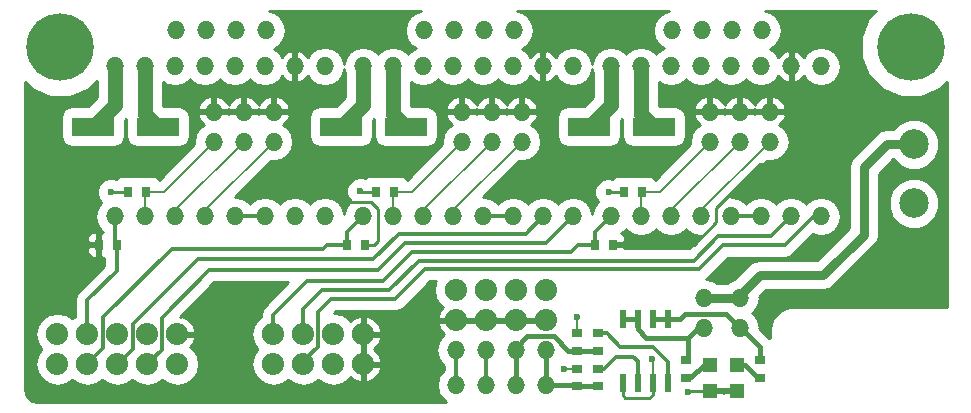
<source format=gbr>
G04 #@! TF.FileFunction,Copper,L1,Top,Signal*
%FSLAX46Y46*%
G04 Gerber Fmt 4.6, Leading zero omitted, Abs format (unit mm)*
G04 Created by KiCad (PCBNEW 4.0.2-stable) date 10/3/2017 10:25:22 PM*
%MOMM*%
G01*
G04 APERTURE LIST*
%ADD10C,0.100000*%
%ADD11O,1.879600X1.879600*%
%ADD12O,1.524000X1.524000*%
%ADD13R,3.599180X1.600200*%
%ADD14R,1.200000X1.200000*%
%ADD15C,2.500000*%
%ADD16R,0.900000X0.800000*%
%ADD17R,0.800000X0.900000*%
%ADD18C,5.700000*%
%ADD19R,0.600000X1.550000*%
%ADD20C,0.600000*%
%ADD21C,1.270000*%
%ADD22C,0.762000*%
%ADD23C,0.203200*%
%ADD24C,0.254000*%
%ADD25C,0.381000*%
%ADD26C,0.304800*%
%ADD27C,0.508000*%
G04 APERTURE END LIST*
D10*
D11*
X159639000Y-123317000D03*
X159639000Y-125857000D03*
X157099000Y-123317000D03*
X157099000Y-125857000D03*
X154559000Y-123317000D03*
X154559000Y-125857000D03*
X152019000Y-123317000D03*
X152019000Y-125857000D03*
D12*
X143690000Y-100650000D03*
X141150000Y-100650000D03*
X138610000Y-100650000D03*
X146230000Y-100650000D03*
X148770000Y-100650000D03*
X151310000Y-100650000D03*
X156390000Y-100650000D03*
X153850000Y-100650000D03*
X153850000Y-113350000D03*
X156390000Y-113350000D03*
X151310000Y-113350000D03*
X148770000Y-113350000D03*
X138610000Y-113350000D03*
X141150000Y-113350000D03*
X143690000Y-113350000D03*
X146230000Y-113350000D03*
X164690000Y-100650000D03*
X162150000Y-100650000D03*
X159610000Y-100650000D03*
X167230000Y-100650000D03*
X169770000Y-100650000D03*
X172310000Y-100650000D03*
X177390000Y-100650000D03*
X174850000Y-100650000D03*
X174850000Y-113350000D03*
X177390000Y-113350000D03*
X172310000Y-113350000D03*
X169770000Y-113350000D03*
X159610000Y-113350000D03*
X162150000Y-113350000D03*
X164690000Y-113350000D03*
X167230000Y-113350000D03*
D11*
X143891000Y-123317000D03*
X143891000Y-125857000D03*
X141351000Y-123317000D03*
X141351000Y-125857000D03*
X138811000Y-123317000D03*
X138811000Y-125857000D03*
X136271000Y-123317000D03*
X136271000Y-125857000D03*
X133731000Y-123317000D03*
X133731000Y-125857000D03*
D13*
X136749180Y-105750000D03*
X142250820Y-105750000D03*
X157749180Y-105750000D03*
X163250820Y-105750000D03*
X178749180Y-105750000D03*
X184250820Y-105750000D03*
D14*
X189000000Y-128100000D03*
X189000000Y-125900000D03*
X191250000Y-128100000D03*
X191250000Y-125900000D03*
D12*
X188500000Y-120250000D03*
X188500000Y-122790000D03*
X191500000Y-120250000D03*
X191500000Y-122790000D03*
X167513000Y-127635000D03*
X170053000Y-127635000D03*
X172593000Y-127635000D03*
X175133000Y-127635000D03*
X146960000Y-107020000D03*
X146960000Y-104480000D03*
X149500000Y-107020000D03*
X149500000Y-104480000D03*
X152040000Y-107020000D03*
X152040000Y-104480000D03*
X167960000Y-107020000D03*
X167960000Y-104480000D03*
X170500000Y-107020000D03*
X170500000Y-104480000D03*
X173040000Y-107020000D03*
X173040000Y-104480000D03*
X188960000Y-107020000D03*
X188960000Y-104480000D03*
X191500000Y-107020000D03*
X191500000Y-104480000D03*
X194040000Y-107020000D03*
X194040000Y-104480000D03*
X143800000Y-97600000D03*
X146340000Y-97600000D03*
X148880000Y-97600000D03*
X151420000Y-97600000D03*
X164800000Y-97600000D03*
X167340000Y-97600000D03*
X169880000Y-97600000D03*
X172420000Y-97600000D03*
X185800000Y-97600000D03*
X188340000Y-97600000D03*
X190880000Y-97600000D03*
X193420000Y-97600000D03*
D15*
X206250000Y-112250000D03*
X206250000Y-107250000D03*
D16*
X179500000Y-126250000D03*
X179500000Y-127750000D03*
X177750000Y-126250000D03*
X177750000Y-127750000D03*
X179500000Y-123250000D03*
X179500000Y-124750000D03*
X177750000Y-123250000D03*
X177750000Y-124750000D03*
X187000000Y-125500000D03*
X187000000Y-127000000D03*
X193250000Y-125500000D03*
X193250000Y-127000000D03*
D17*
X139750000Y-111250000D03*
X141250000Y-111250000D03*
X160750000Y-111250000D03*
X162250000Y-111250000D03*
X181750000Y-111250000D03*
X183250000Y-111250000D03*
X137250000Y-115750000D03*
X138750000Y-115750000D03*
X159750000Y-115750000D03*
X158250000Y-115750000D03*
X180750000Y-115750000D03*
X179250000Y-115750000D03*
D18*
X206000000Y-99000000D03*
X134000000Y-99000000D03*
D12*
X185690000Y-100650000D03*
X183150000Y-100650000D03*
X180610000Y-100650000D03*
X188230000Y-100650000D03*
X190770000Y-100650000D03*
X193310000Y-100650000D03*
X198390000Y-100650000D03*
X195850000Y-100650000D03*
X195850000Y-113350000D03*
X198390000Y-113350000D03*
X193310000Y-113350000D03*
X190770000Y-113350000D03*
X180610000Y-113350000D03*
X183150000Y-113350000D03*
X185690000Y-113350000D03*
X188230000Y-113350000D03*
D19*
X181595000Y-127450000D03*
X182865000Y-127450000D03*
X184135000Y-127450000D03*
X185405000Y-127450000D03*
X185405000Y-122050000D03*
X184135000Y-122050000D03*
X182865000Y-122050000D03*
X181595000Y-122050000D03*
D11*
X167465000Y-122126000D03*
X167465000Y-119586000D03*
X170005000Y-122126000D03*
X170005000Y-119586000D03*
X172545000Y-122126000D03*
X172545000Y-119586000D03*
X175085000Y-122126000D03*
X175085000Y-119586000D03*
D12*
X167465000Y-124666000D03*
X170005000Y-124666000D03*
X172545000Y-124666000D03*
X175085000Y-124666000D03*
D20*
X176600000Y-126300000D03*
X180400000Y-111300000D03*
X159400000Y-111200000D03*
X138300000Y-111300000D03*
X177700000Y-121900000D03*
X184102000Y-125428000D03*
X187150000Y-128222000D03*
D21*
X180610000Y-100650000D02*
X180610000Y-103889180D01*
X180610000Y-103889180D02*
X178749180Y-105750000D01*
X159610000Y-100650000D02*
X159610000Y-103889180D01*
X159610000Y-103889180D02*
X157749180Y-105750000D01*
X138610000Y-100650000D02*
X138610000Y-103889180D01*
X138610000Y-103889180D02*
X136749180Y-105750000D01*
D22*
X191500000Y-120250000D02*
X191500000Y-120000000D01*
X191500000Y-120000000D02*
X193200000Y-118300000D01*
X203950000Y-107250000D02*
X206250000Y-107250000D01*
X202000000Y-109200000D02*
X203950000Y-107250000D01*
X202000000Y-114900000D02*
X202000000Y-109200000D01*
X198600000Y-118300000D02*
X202000000Y-114900000D01*
X193200000Y-118300000D02*
X198600000Y-118300000D01*
X188500000Y-120250000D02*
X191500000Y-120250000D01*
D23*
X176650000Y-126250000D02*
X176600000Y-126300000D01*
X177750000Y-126250000D02*
X176650000Y-126250000D01*
D24*
X181595000Y-127450000D02*
X181595000Y-128509000D01*
X184135000Y-128443000D02*
X184135000Y-127450000D01*
X183848000Y-128730000D02*
X184135000Y-128443000D01*
X181816000Y-128730000D02*
X183848000Y-128730000D01*
X181595000Y-128509000D02*
X181816000Y-128730000D01*
X181750000Y-111250000D02*
X180450000Y-111250000D01*
X180450000Y-111250000D02*
X180400000Y-111300000D01*
X160750000Y-111250000D02*
X159450000Y-111250000D01*
X159450000Y-111250000D02*
X159400000Y-111200000D01*
X139750000Y-111250000D02*
X138350000Y-111250000D01*
X138350000Y-111250000D02*
X138300000Y-111300000D01*
D21*
X162150000Y-100650000D02*
X162150000Y-104649180D01*
X162150000Y-104649180D02*
X163250820Y-105750000D01*
X183150000Y-100650000D02*
X183150000Y-104649180D01*
X183150000Y-104649180D02*
X184250820Y-105750000D01*
X141150000Y-100650000D02*
X141150000Y-104649180D01*
X141150000Y-104649180D02*
X142250820Y-105750000D01*
D23*
X177750000Y-123250000D02*
X177750000Y-121950000D01*
X177750000Y-121950000D02*
X177700000Y-121900000D01*
X184135000Y-127450000D02*
X184137000Y-125463000D01*
X184137000Y-125463000D02*
X184102000Y-125428000D01*
D24*
X189000000Y-128100000D02*
X187272000Y-128100000D01*
X187272000Y-128100000D02*
X187150000Y-128222000D01*
X159750000Y-115750000D02*
X160531400Y-115750000D01*
X153850000Y-107596600D02*
X153850000Y-100650000D01*
X158397200Y-112143800D02*
X153850000Y-107596600D01*
X160276800Y-112143800D02*
X158397200Y-112143800D01*
X160886400Y-112753400D02*
X160276800Y-112143800D01*
X160886400Y-115395000D02*
X160886400Y-112753400D01*
X160531400Y-115750000D02*
X160886400Y-115395000D01*
X181250000Y-115750000D02*
X187611800Y-115750000D01*
X195850000Y-108777800D02*
X195850000Y-100650000D01*
X195684400Y-108943400D02*
X195850000Y-108777800D01*
X193195200Y-108943400D02*
X195684400Y-108943400D01*
X189512200Y-112626400D02*
X193195200Y-108943400D01*
X189512200Y-113849600D02*
X189512200Y-112626400D01*
X187611800Y-115750000D02*
X189512200Y-113849600D01*
X161826200Y-123317000D02*
X162153600Y-123317000D01*
X162153600Y-123317000D02*
X162181800Y-123345200D01*
X159639000Y-123317000D02*
X161826200Y-123317000D01*
X161826200Y-123317000D02*
X161829000Y-123317000D01*
X161829000Y-123317000D02*
X161877000Y-123269000D01*
D25*
X187150000Y-126940000D02*
X187416000Y-126940000D01*
X187416000Y-126940000D02*
X188456000Y-125900000D01*
X188456000Y-125900000D02*
X189000000Y-125900000D01*
X189000000Y-125900000D02*
X189000000Y-126000000D01*
X193246000Y-126940000D02*
X192980000Y-126940000D01*
X192980000Y-126940000D02*
X191940000Y-125900000D01*
X191940000Y-125900000D02*
X191250000Y-125900000D01*
X191250000Y-125900000D02*
X191400000Y-125900000D01*
X187150000Y-125440000D02*
X187150000Y-123650000D01*
X182865000Y-122050000D02*
X182865000Y-122921000D01*
X187150000Y-123650000D02*
X188255000Y-122545000D01*
X183594000Y-123650000D02*
X187150000Y-123650000D01*
X187150000Y-123650000D02*
X187150000Y-123650000D01*
X182865000Y-122921000D02*
X183594000Y-123650000D01*
X181595000Y-122050000D02*
X182865000Y-122050000D01*
X191500000Y-122790000D02*
X191624000Y-122790000D01*
X191624000Y-122790000D02*
X193246000Y-124412000D01*
X193246000Y-124412000D02*
X193246000Y-125440000D01*
X185405000Y-122050000D02*
X186450000Y-122050000D01*
X190310000Y-121600000D02*
X191500000Y-122790000D01*
X186900000Y-121600000D02*
X190310000Y-121600000D01*
X186450000Y-122050000D02*
X186900000Y-121600000D01*
X184135000Y-122050000D02*
X185405000Y-122050000D01*
X175133000Y-127635000D02*
X177635000Y-127635000D01*
X177635000Y-127635000D02*
X177750000Y-127750000D01*
X177750000Y-127750000D02*
X179500000Y-127750000D01*
X175133000Y-127635000D02*
X175133000Y-124714000D01*
X175133000Y-124714000D02*
X175085000Y-124666000D01*
X177750000Y-124750000D02*
X179500000Y-124750000D01*
X172545000Y-124666000D02*
X172545000Y-124455000D01*
X172545000Y-124455000D02*
X173500000Y-123500000D01*
X177000000Y-124750000D02*
X177750000Y-124750000D01*
X175750000Y-123500000D02*
X177000000Y-124750000D01*
X173500000Y-123500000D02*
X175750000Y-123500000D01*
X172593000Y-127635000D02*
X172593000Y-124714000D01*
X172593000Y-124714000D02*
X172545000Y-124666000D01*
D26*
X170053000Y-127635000D02*
X170053000Y-124714000D01*
X170053000Y-124714000D02*
X170005000Y-124666000D01*
D27*
X170053000Y-127635000D02*
X170053000Y-127147000D01*
D26*
X167513000Y-127635000D02*
X167513000Y-124714000D01*
X167513000Y-124714000D02*
X167465000Y-124666000D01*
D23*
X138811000Y-123317000D02*
X138918200Y-123317000D01*
D26*
X141351000Y-125857000D02*
X141351000Y-125849000D01*
X141351000Y-125849000D02*
X142574600Y-124625400D01*
X142574600Y-124625400D02*
X142574600Y-121925400D01*
X142574600Y-121925400D02*
X146600000Y-117900000D01*
X146600000Y-117900000D02*
X160900000Y-117900000D01*
X160900000Y-117900000D02*
X163200000Y-115600000D01*
X163200000Y-115600000D02*
X175140000Y-115600000D01*
X175140000Y-115600000D02*
X177390000Y-113350000D01*
X136271000Y-123317000D02*
X136271000Y-120429000D01*
X138750000Y-117950000D02*
X138750000Y-115750000D01*
X136271000Y-120429000D02*
X138750000Y-117950000D01*
X138750000Y-115750000D02*
X138610000Y-115610000D01*
X138610000Y-115610000D02*
X138610000Y-113350000D01*
D23*
X141351000Y-123317000D02*
X141351000Y-122408200D01*
D26*
X138811000Y-125857000D02*
X138843000Y-125857000D01*
X138843000Y-125857000D02*
X140100000Y-124600000D01*
X173400000Y-114800000D02*
X174850000Y-113350000D01*
X162700000Y-114800000D02*
X173400000Y-114800000D01*
X160500000Y-117000000D02*
X162700000Y-114800000D01*
X145600000Y-117000000D02*
X160500000Y-117000000D01*
X140100000Y-122500000D02*
X145600000Y-117000000D01*
X140100000Y-124600000D02*
X140100000Y-122500000D01*
X158250000Y-115750000D02*
X158250000Y-114710000D01*
X158250000Y-114710000D02*
X159610000Y-113350000D01*
X136271000Y-125857000D02*
X136271000Y-125829000D01*
X136271000Y-125829000D02*
X137600000Y-124500000D01*
X156550000Y-115750000D02*
X158250000Y-115750000D01*
X156200000Y-116100000D02*
X156550000Y-115750000D01*
X143400000Y-116100000D02*
X156200000Y-116100000D01*
X137600000Y-121900000D02*
X143400000Y-116100000D01*
X137600000Y-124500000D02*
X137600000Y-121900000D01*
D23*
X136271000Y-125857000D02*
X136733800Y-125857000D01*
X136271000Y-125857000D02*
X136327400Y-125857000D01*
D26*
X179500000Y-126250000D02*
X180000000Y-126250000D01*
X182865000Y-125615000D02*
X182865000Y-127450000D01*
X182500000Y-125250000D02*
X182865000Y-125615000D01*
X181000000Y-125250000D02*
X182500000Y-125250000D01*
X180000000Y-126250000D02*
X181000000Y-125250000D01*
X179500000Y-123250000D02*
X180250000Y-123250000D01*
X185405000Y-125655000D02*
X185405000Y-127450000D01*
X184162000Y-124412000D02*
X185405000Y-125655000D01*
X181412000Y-124412000D02*
X184162000Y-124412000D01*
X180250000Y-123250000D02*
X181412000Y-124412000D01*
X148770000Y-113350000D02*
X151310000Y-113350000D01*
X169770000Y-113350000D02*
X172310000Y-113350000D01*
X190770000Y-113350000D02*
X193310000Y-113350000D01*
D23*
X141150000Y-113350000D02*
X141150000Y-111350000D01*
X141150000Y-111350000D02*
X141250000Y-111250000D01*
X141250000Y-111250000D02*
X142730000Y-111250000D01*
X142730000Y-111250000D02*
X146960000Y-107020000D01*
X143690000Y-113350000D02*
X143690000Y-112830000D01*
X143690000Y-112830000D02*
X149500000Y-107020000D01*
X146230000Y-113350000D02*
X146230000Y-112830000D01*
X146230000Y-112830000D02*
X152040000Y-107020000D01*
X162150000Y-113350000D02*
X162150000Y-111350000D01*
X162150000Y-111350000D02*
X162250000Y-111250000D01*
X162250000Y-111250000D02*
X163730000Y-111250000D01*
X163730000Y-111250000D02*
X167960000Y-107020000D01*
X164690000Y-113350000D02*
X164690000Y-112830000D01*
X164690000Y-112830000D02*
X170500000Y-107020000D01*
X167230000Y-113350000D02*
X167230000Y-112830000D01*
X167230000Y-112830000D02*
X173040000Y-107020000D01*
X183150000Y-113350000D02*
X183150000Y-111350000D01*
X183150000Y-111350000D02*
X183250000Y-111250000D01*
X183250000Y-111250000D02*
X184730000Y-111250000D01*
X184730000Y-111250000D02*
X188960000Y-107020000D01*
X185690000Y-113350000D02*
X185690000Y-112830000D01*
X185690000Y-112830000D02*
X191500000Y-107020000D01*
X188230000Y-113350000D02*
X188230000Y-112830000D01*
X188230000Y-112830000D02*
X194040000Y-107020000D01*
D26*
X154559000Y-125857000D02*
X154559000Y-125608600D01*
X154559000Y-125608600D02*
X155781000Y-124386600D01*
X195303400Y-115801400D02*
X197754800Y-113350000D01*
X190071000Y-115801400D02*
X195303400Y-115801400D01*
X188067600Y-117804800D02*
X190071000Y-115801400D01*
X164877400Y-117804800D02*
X188067600Y-117804800D01*
X162334200Y-120348000D02*
X164877400Y-117804800D01*
X156873200Y-120348000D02*
X162334200Y-120348000D01*
X155781000Y-121440200D02*
X156873200Y-120348000D01*
X155781000Y-124386600D02*
X155781000Y-121440200D01*
X197754800Y-113350000D02*
X198390000Y-113350000D01*
D23*
X154559000Y-125857000D02*
X154559000Y-125691000D01*
D26*
X179250000Y-115750000D02*
X179250000Y-114710000D01*
X179250000Y-114710000D02*
X180610000Y-113350000D01*
X177100000Y-116350000D02*
X177250000Y-116350000D01*
X177850000Y-115750000D02*
X179250000Y-115750000D01*
X177250000Y-116350000D02*
X177850000Y-115750000D01*
X152019000Y-123317000D02*
X152019000Y-121681000D01*
X163750000Y-116350000D02*
X177100000Y-116350000D01*
X177100000Y-116350000D02*
X177150000Y-116350000D01*
X161300000Y-118800000D02*
X163750000Y-116350000D01*
X154900000Y-118800000D02*
X161300000Y-118800000D01*
X152019000Y-121681000D02*
X154900000Y-118800000D01*
X154559000Y-123317000D02*
X154559000Y-121189000D01*
X194186000Y-115014000D02*
X195850000Y-113350000D01*
X189690000Y-115014000D02*
X194186000Y-115014000D01*
X187612000Y-117092000D02*
X189690000Y-115014000D01*
X164344000Y-117092000D02*
X187612000Y-117092000D01*
X161850000Y-119586000D02*
X164344000Y-117092000D01*
X156162000Y-119586000D02*
X161850000Y-119586000D01*
X154559000Y-121189000D02*
X156162000Y-119586000D01*
D24*
G36*
X164168190Y-96042330D02*
X163632567Y-96400222D01*
X163274675Y-96935845D01*
X163149000Y-97567655D01*
X163149000Y-97632345D01*
X163274675Y-98264155D01*
X163632567Y-98799778D01*
X164067600Y-99090458D01*
X164058190Y-99092330D01*
X163522567Y-99450222D01*
X163420000Y-99603724D01*
X163317433Y-99450222D01*
X162781810Y-99092330D01*
X162150000Y-98966655D01*
X161518190Y-99092330D01*
X160982567Y-99450222D01*
X160880000Y-99603724D01*
X160777433Y-99450222D01*
X160241810Y-99092330D01*
X159610000Y-98966655D01*
X158978190Y-99092330D01*
X158442567Y-99450222D01*
X158084675Y-99985845D01*
X158000000Y-100411534D01*
X157915325Y-99985845D01*
X157557433Y-99450222D01*
X157021810Y-99092330D01*
X156390000Y-98966655D01*
X155758190Y-99092330D01*
X155222567Y-99450222D01*
X154973647Y-99822757D01*
X154969858Y-99814801D01*
X154564997Y-99449826D01*
X154193070Y-99295780D01*
X153977000Y-99418280D01*
X153977000Y-100523000D01*
X153997000Y-100523000D01*
X153997000Y-100777000D01*
X153977000Y-100777000D01*
X153977000Y-101881720D01*
X154193070Y-102004220D01*
X154564997Y-101850174D01*
X154969858Y-101485199D01*
X154973647Y-101477243D01*
X155222567Y-101849778D01*
X155758190Y-102207670D01*
X156390000Y-102333345D01*
X157021810Y-102207670D01*
X157557433Y-101849778D01*
X157915325Y-101314155D01*
X158000000Y-100888466D01*
X158084675Y-101314155D01*
X158086000Y-101316138D01*
X158086000Y-103257918D01*
X157300434Y-104043484D01*
X155949590Y-104043484D01*
X155620146Y-104105473D01*
X155317573Y-104300174D01*
X155114587Y-104597253D01*
X155043174Y-104949900D01*
X155043174Y-106550100D01*
X155105163Y-106879544D01*
X155299864Y-107182117D01*
X155596943Y-107385103D01*
X155949590Y-107456516D01*
X159548770Y-107456516D01*
X159878214Y-107394527D01*
X160180787Y-107199826D01*
X160383773Y-106902747D01*
X160455186Y-106550100D01*
X160455186Y-105199256D01*
X160544814Y-105109628D01*
X160544814Y-106550100D01*
X160606803Y-106879544D01*
X160801504Y-107182117D01*
X161098583Y-107385103D01*
X161451230Y-107456516D01*
X165050410Y-107456516D01*
X165379854Y-107394527D01*
X165682427Y-107199826D01*
X165885413Y-106902747D01*
X165956826Y-106550100D01*
X165956826Y-104949900D01*
X165894837Y-104620456D01*
X165700136Y-104317883D01*
X165435304Y-104136930D01*
X166605780Y-104136930D01*
X166728280Y-104353000D01*
X167833000Y-104353000D01*
X167833000Y-103247524D01*
X168087000Y-103247524D01*
X168087000Y-104353000D01*
X169191720Y-104353000D01*
X169230000Y-104285480D01*
X169268280Y-104353000D01*
X170373000Y-104353000D01*
X170373000Y-103247524D01*
X170627000Y-103247524D01*
X170627000Y-104353000D01*
X171731720Y-104353000D01*
X171770000Y-104285480D01*
X171808280Y-104353000D01*
X172913000Y-104353000D01*
X172913000Y-103247524D01*
X173167000Y-103247524D01*
X173167000Y-104353000D01*
X174271720Y-104353000D01*
X174394220Y-104136930D01*
X174240174Y-103765003D01*
X173875199Y-103360142D01*
X173383072Y-103125769D01*
X173167000Y-103247524D01*
X172913000Y-103247524D01*
X172696928Y-103125769D01*
X172204801Y-103360142D01*
X171839826Y-103765003D01*
X171770000Y-103933590D01*
X171700174Y-103765003D01*
X171335199Y-103360142D01*
X170843072Y-103125769D01*
X170627000Y-103247524D01*
X170373000Y-103247524D01*
X170156928Y-103125769D01*
X169664801Y-103360142D01*
X169299826Y-103765003D01*
X169230000Y-103933590D01*
X169160174Y-103765003D01*
X168795199Y-103360142D01*
X168303072Y-103125769D01*
X168087000Y-103247524D01*
X167833000Y-103247524D01*
X167616928Y-103125769D01*
X167124801Y-103360142D01*
X166759826Y-103765003D01*
X166605780Y-104136930D01*
X165435304Y-104136930D01*
X165403057Y-104114897D01*
X165050410Y-104043484D01*
X163699566Y-104043484D01*
X163674000Y-104017918D01*
X163674000Y-101950962D01*
X164058190Y-102207670D01*
X164690000Y-102333345D01*
X165321810Y-102207670D01*
X165857433Y-101849778D01*
X165960000Y-101696276D01*
X166062567Y-101849778D01*
X166598190Y-102207670D01*
X167230000Y-102333345D01*
X167861810Y-102207670D01*
X168397433Y-101849778D01*
X168500000Y-101696276D01*
X168602567Y-101849778D01*
X169138190Y-102207670D01*
X169770000Y-102333345D01*
X170401810Y-102207670D01*
X170937433Y-101849778D01*
X171040000Y-101696276D01*
X171142567Y-101849778D01*
X171678190Y-102207670D01*
X172310000Y-102333345D01*
X172941810Y-102207670D01*
X173477433Y-101849778D01*
X173726353Y-101477243D01*
X173730142Y-101485199D01*
X174135003Y-101850174D01*
X174506930Y-102004220D01*
X174723000Y-101881720D01*
X174723000Y-100777000D01*
X174703000Y-100777000D01*
X174703000Y-100523000D01*
X174723000Y-100523000D01*
X174723000Y-99418280D01*
X174506930Y-99295780D01*
X174135003Y-99449826D01*
X173730142Y-99814801D01*
X173726353Y-99822757D01*
X173477433Y-99450222D01*
X173042400Y-99159542D01*
X173051810Y-99157670D01*
X173587433Y-98799778D01*
X173945325Y-98264155D01*
X174071000Y-97632345D01*
X174071000Y-97567655D01*
X173945325Y-96935845D01*
X173587433Y-96400222D01*
X173051810Y-96042330D01*
X172658019Y-95964000D01*
X185561981Y-95964000D01*
X185168190Y-96042330D01*
X184632567Y-96400222D01*
X184274675Y-96935845D01*
X184149000Y-97567655D01*
X184149000Y-97632345D01*
X184274675Y-98264155D01*
X184632567Y-98799778D01*
X185067600Y-99090458D01*
X185058190Y-99092330D01*
X184522567Y-99450222D01*
X184420000Y-99603724D01*
X184317433Y-99450222D01*
X183781810Y-99092330D01*
X183150000Y-98966655D01*
X182518190Y-99092330D01*
X181982567Y-99450222D01*
X181880000Y-99603724D01*
X181777433Y-99450222D01*
X181241810Y-99092330D01*
X180610000Y-98966655D01*
X179978190Y-99092330D01*
X179442567Y-99450222D01*
X179084675Y-99985845D01*
X179000000Y-100411534D01*
X178915325Y-99985845D01*
X178557433Y-99450222D01*
X178021810Y-99092330D01*
X177390000Y-98966655D01*
X176758190Y-99092330D01*
X176222567Y-99450222D01*
X175973647Y-99822757D01*
X175969858Y-99814801D01*
X175564997Y-99449826D01*
X175193070Y-99295780D01*
X174977000Y-99418280D01*
X174977000Y-100523000D01*
X174997000Y-100523000D01*
X174997000Y-100777000D01*
X174977000Y-100777000D01*
X174977000Y-101881720D01*
X175193070Y-102004220D01*
X175564997Y-101850174D01*
X175969858Y-101485199D01*
X175973647Y-101477243D01*
X176222567Y-101849778D01*
X176758190Y-102207670D01*
X177390000Y-102333345D01*
X178021810Y-102207670D01*
X178557433Y-101849778D01*
X178915325Y-101314155D01*
X179000000Y-100888466D01*
X179084675Y-101314155D01*
X179086000Y-101316138D01*
X179086000Y-103257918D01*
X178300434Y-104043484D01*
X176949590Y-104043484D01*
X176620146Y-104105473D01*
X176317573Y-104300174D01*
X176114587Y-104597253D01*
X176043174Y-104949900D01*
X176043174Y-106550100D01*
X176105163Y-106879544D01*
X176299864Y-107182117D01*
X176596943Y-107385103D01*
X176949590Y-107456516D01*
X180548770Y-107456516D01*
X180878214Y-107394527D01*
X181180787Y-107199826D01*
X181383773Y-106902747D01*
X181455186Y-106550100D01*
X181455186Y-105199256D01*
X181544814Y-105109628D01*
X181544814Y-106550100D01*
X181606803Y-106879544D01*
X181801504Y-107182117D01*
X182098583Y-107385103D01*
X182451230Y-107456516D01*
X186050410Y-107456516D01*
X186379854Y-107394527D01*
X186682427Y-107199826D01*
X186885413Y-106902747D01*
X186956826Y-106550100D01*
X186956826Y-104949900D01*
X186894837Y-104620456D01*
X186700136Y-104317883D01*
X186435304Y-104136930D01*
X187605780Y-104136930D01*
X187728280Y-104353000D01*
X188833000Y-104353000D01*
X188833000Y-103247524D01*
X189087000Y-103247524D01*
X189087000Y-104353000D01*
X190191720Y-104353000D01*
X190230000Y-104285480D01*
X190268280Y-104353000D01*
X191373000Y-104353000D01*
X191373000Y-103247524D01*
X191627000Y-103247524D01*
X191627000Y-104353000D01*
X192731720Y-104353000D01*
X192770000Y-104285480D01*
X192808280Y-104353000D01*
X193913000Y-104353000D01*
X193913000Y-103247524D01*
X194167000Y-103247524D01*
X194167000Y-104353000D01*
X195271720Y-104353000D01*
X195394220Y-104136930D01*
X195240174Y-103765003D01*
X194875199Y-103360142D01*
X194383072Y-103125769D01*
X194167000Y-103247524D01*
X193913000Y-103247524D01*
X193696928Y-103125769D01*
X193204801Y-103360142D01*
X192839826Y-103765003D01*
X192770000Y-103933590D01*
X192700174Y-103765003D01*
X192335199Y-103360142D01*
X191843072Y-103125769D01*
X191627000Y-103247524D01*
X191373000Y-103247524D01*
X191156928Y-103125769D01*
X190664801Y-103360142D01*
X190299826Y-103765003D01*
X190230000Y-103933590D01*
X190160174Y-103765003D01*
X189795199Y-103360142D01*
X189303072Y-103125769D01*
X189087000Y-103247524D01*
X188833000Y-103247524D01*
X188616928Y-103125769D01*
X188124801Y-103360142D01*
X187759826Y-103765003D01*
X187605780Y-104136930D01*
X186435304Y-104136930D01*
X186403057Y-104114897D01*
X186050410Y-104043484D01*
X184699566Y-104043484D01*
X184674000Y-104017918D01*
X184674000Y-101950962D01*
X185058190Y-102207670D01*
X185690000Y-102333345D01*
X186321810Y-102207670D01*
X186857433Y-101849778D01*
X186960000Y-101696276D01*
X187062567Y-101849778D01*
X187598190Y-102207670D01*
X188230000Y-102333345D01*
X188861810Y-102207670D01*
X189397433Y-101849778D01*
X189500000Y-101696276D01*
X189602567Y-101849778D01*
X190138190Y-102207670D01*
X190770000Y-102333345D01*
X191401810Y-102207670D01*
X191937433Y-101849778D01*
X192040000Y-101696276D01*
X192142567Y-101849778D01*
X192678190Y-102207670D01*
X193310000Y-102333345D01*
X193941810Y-102207670D01*
X194477433Y-101849778D01*
X194726353Y-101477243D01*
X194730142Y-101485199D01*
X195135003Y-101850174D01*
X195506930Y-102004220D01*
X195723000Y-101881720D01*
X195723000Y-100777000D01*
X195703000Y-100777000D01*
X195703000Y-100523000D01*
X195723000Y-100523000D01*
X195723000Y-99418280D01*
X195977000Y-99418280D01*
X195977000Y-100523000D01*
X195997000Y-100523000D01*
X195997000Y-100777000D01*
X195977000Y-100777000D01*
X195977000Y-101881720D01*
X196193070Y-102004220D01*
X196564997Y-101850174D01*
X196969858Y-101485199D01*
X196973647Y-101477243D01*
X197222567Y-101849778D01*
X197758190Y-102207670D01*
X198390000Y-102333345D01*
X199021810Y-102207670D01*
X199557433Y-101849778D01*
X199915325Y-101314155D01*
X200041000Y-100682345D01*
X200041000Y-100617655D01*
X199915325Y-99985845D01*
X199557433Y-99450222D01*
X199021810Y-99092330D01*
X198390000Y-98966655D01*
X197758190Y-99092330D01*
X197222567Y-99450222D01*
X196973647Y-99822757D01*
X196969858Y-99814801D01*
X196564997Y-99449826D01*
X196193070Y-99295780D01*
X195977000Y-99418280D01*
X195723000Y-99418280D01*
X195506930Y-99295780D01*
X195135003Y-99449826D01*
X194730142Y-99814801D01*
X194726353Y-99822757D01*
X194477433Y-99450222D01*
X194042400Y-99159542D01*
X194051810Y-99157670D01*
X194587433Y-98799778D01*
X194945325Y-98264155D01*
X195071000Y-97632345D01*
X195071000Y-97567655D01*
X194945325Y-96935845D01*
X194587433Y-96400222D01*
X194051810Y-96042330D01*
X193658019Y-95964000D01*
X203029890Y-95964000D01*
X202401668Y-96591127D01*
X201753738Y-98151513D01*
X201752264Y-99841074D01*
X202397469Y-101402590D01*
X203591127Y-102598332D01*
X205151513Y-103246262D01*
X206841074Y-103247736D01*
X208402590Y-102602531D01*
X209036000Y-101970225D01*
X209036000Y-120905056D01*
X209015812Y-121006549D01*
X209012102Y-121012101D01*
X209006549Y-121015812D01*
X208905056Y-121036000D01*
X196000000Y-121036000D01*
X195906878Y-121054523D01*
X195811934Y-121054523D01*
X195429251Y-121130643D01*
X195429250Y-121130643D01*
X195081747Y-121274583D01*
X194757324Y-121491356D01*
X194491356Y-121757323D01*
X194491356Y-121757324D01*
X194274583Y-122081748D01*
X194130644Y-122429249D01*
X194130643Y-122429251D01*
X194054523Y-122811934D01*
X194054523Y-122906878D01*
X194036000Y-123000000D01*
X194036000Y-123688604D01*
X194009322Y-123648678D01*
X194009319Y-123648676D01*
X193177919Y-122817276D01*
X193183345Y-122790000D01*
X193057670Y-122158190D01*
X192699778Y-121622567D01*
X192546276Y-121520000D01*
X192699778Y-121417433D01*
X193057670Y-120881810D01*
X193183345Y-120250000D01*
X193160567Y-120135485D01*
X193726052Y-119570000D01*
X198599995Y-119570000D01*
X198600000Y-119570001D01*
X199086008Y-119473327D01*
X199498026Y-119198026D01*
X202898026Y-115798026D01*
X203173327Y-115386008D01*
X203270000Y-114900000D01*
X203270000Y-112673607D01*
X204110630Y-112673607D01*
X204435587Y-113460063D01*
X205036772Y-114062298D01*
X205822660Y-114388627D01*
X206673607Y-114389370D01*
X207460063Y-114064413D01*
X208062298Y-113463228D01*
X208388627Y-112677340D01*
X208389370Y-111826393D01*
X208064413Y-111039937D01*
X207463228Y-110437702D01*
X206677340Y-110111373D01*
X205826393Y-110110630D01*
X205039937Y-110435587D01*
X204437702Y-111036772D01*
X204111373Y-111822660D01*
X204110630Y-112673607D01*
X203270000Y-112673607D01*
X203270000Y-109726052D01*
X204476051Y-108520000D01*
X204495419Y-108520000D01*
X205036772Y-109062298D01*
X205822660Y-109388627D01*
X206673607Y-109389370D01*
X207460063Y-109064413D01*
X208062298Y-108463228D01*
X208388627Y-107677340D01*
X208389370Y-106826393D01*
X208064413Y-106039937D01*
X207463228Y-105437702D01*
X206677340Y-105111373D01*
X205826393Y-105110630D01*
X205039937Y-105435587D01*
X204494573Y-105980000D01*
X203950000Y-105980000D01*
X203463992Y-106076673D01*
X203051974Y-106351974D01*
X203051972Y-106351977D01*
X201101974Y-108301974D01*
X200826673Y-108713992D01*
X200729999Y-109200000D01*
X200730000Y-109200005D01*
X200730000Y-114373948D01*
X198073948Y-117030000D01*
X193200005Y-117030000D01*
X193200000Y-117029999D01*
X192713992Y-117126673D01*
X192301974Y-117401974D01*
X191014887Y-118689061D01*
X190835845Y-118724675D01*
X190453724Y-118980000D01*
X189546276Y-118980000D01*
X189164155Y-118724675D01*
X188674986Y-118627373D01*
X188803981Y-118541181D01*
X190502362Y-116842800D01*
X195303400Y-116842800D01*
X195701927Y-116763528D01*
X196039781Y-116537781D01*
X197705259Y-114872303D01*
X197758190Y-114907670D01*
X198390000Y-115033345D01*
X199021810Y-114907670D01*
X199557433Y-114549778D01*
X199915325Y-114014155D01*
X200041000Y-113382345D01*
X200041000Y-113317655D01*
X199915325Y-112685845D01*
X199557433Y-112150222D01*
X199021810Y-111792330D01*
X198390000Y-111666655D01*
X197758190Y-111792330D01*
X197222567Y-112150222D01*
X197120000Y-112303724D01*
X197017433Y-112150222D01*
X196481810Y-111792330D01*
X195850000Y-111666655D01*
X195218190Y-111792330D01*
X194682567Y-112150222D01*
X194580000Y-112303724D01*
X194477433Y-112150222D01*
X193941810Y-111792330D01*
X193310000Y-111666655D01*
X192678190Y-111792330D01*
X192142567Y-112150222D01*
X192040000Y-112303724D01*
X191937433Y-112150222D01*
X191401810Y-111792330D01*
X190790239Y-111670681D01*
X193826045Y-108634875D01*
X194007655Y-108671000D01*
X194072345Y-108671000D01*
X194704155Y-108545325D01*
X195239778Y-108187433D01*
X195597670Y-107651810D01*
X195723345Y-107020000D01*
X195597670Y-106388190D01*
X195239778Y-105852567D01*
X194867243Y-105603647D01*
X194875199Y-105599858D01*
X195240174Y-105194997D01*
X195394220Y-104823070D01*
X195271720Y-104607000D01*
X194167000Y-104607000D01*
X194167000Y-104627000D01*
X193913000Y-104627000D01*
X193913000Y-104607000D01*
X192808280Y-104607000D01*
X192770000Y-104674520D01*
X192731720Y-104607000D01*
X191627000Y-104607000D01*
X191627000Y-104627000D01*
X191373000Y-104627000D01*
X191373000Y-104607000D01*
X190268280Y-104607000D01*
X190230000Y-104674520D01*
X190191720Y-104607000D01*
X189087000Y-104607000D01*
X189087000Y-104627000D01*
X188833000Y-104627000D01*
X188833000Y-104607000D01*
X187728280Y-104607000D01*
X187605780Y-104823070D01*
X187759826Y-105194997D01*
X188124801Y-105599858D01*
X188132757Y-105603647D01*
X187760222Y-105852567D01*
X187402330Y-106388190D01*
X187276655Y-107020000D01*
X187323512Y-107255568D01*
X184343332Y-110235748D01*
X184299726Y-110167983D01*
X184002647Y-109964997D01*
X183650000Y-109893584D01*
X182850000Y-109893584D01*
X182520556Y-109955573D01*
X182504230Y-109966079D01*
X182502647Y-109964997D01*
X182150000Y-109893584D01*
X181350000Y-109893584D01*
X181020556Y-109955573D01*
X180723335Y-110146830D01*
X180637544Y-110111207D01*
X180164531Y-110110794D01*
X179727365Y-110291427D01*
X179392603Y-110625606D01*
X179211207Y-111062456D01*
X179210794Y-111535469D01*
X179391427Y-111972635D01*
X179518234Y-112099663D01*
X179442567Y-112150222D01*
X179084675Y-112685845D01*
X179000000Y-113111534D01*
X178915325Y-112685845D01*
X178557433Y-112150222D01*
X178021810Y-111792330D01*
X177390000Y-111666655D01*
X176758190Y-111792330D01*
X176222567Y-112150222D01*
X176120000Y-112303724D01*
X176017433Y-112150222D01*
X175481810Y-111792330D01*
X174850000Y-111666655D01*
X174218190Y-111792330D01*
X173682567Y-112150222D01*
X173580000Y-112303724D01*
X173477433Y-112150222D01*
X172941810Y-111792330D01*
X172310000Y-111666655D01*
X171678190Y-111792330D01*
X171142567Y-112150222D01*
X171040000Y-112303724D01*
X170937433Y-112150222D01*
X170401810Y-111792330D01*
X169790239Y-111670681D01*
X172826045Y-108634875D01*
X173007655Y-108671000D01*
X173072345Y-108671000D01*
X173704155Y-108545325D01*
X174239778Y-108187433D01*
X174597670Y-107651810D01*
X174723345Y-107020000D01*
X174597670Y-106388190D01*
X174239778Y-105852567D01*
X173867243Y-105603647D01*
X173875199Y-105599858D01*
X174240174Y-105194997D01*
X174394220Y-104823070D01*
X174271720Y-104607000D01*
X173167000Y-104607000D01*
X173167000Y-104627000D01*
X172913000Y-104627000D01*
X172913000Y-104607000D01*
X171808280Y-104607000D01*
X171770000Y-104674520D01*
X171731720Y-104607000D01*
X170627000Y-104607000D01*
X170627000Y-104627000D01*
X170373000Y-104627000D01*
X170373000Y-104607000D01*
X169268280Y-104607000D01*
X169230000Y-104674520D01*
X169191720Y-104607000D01*
X168087000Y-104607000D01*
X168087000Y-104627000D01*
X167833000Y-104627000D01*
X167833000Y-104607000D01*
X166728280Y-104607000D01*
X166605780Y-104823070D01*
X166759826Y-105194997D01*
X167124801Y-105599858D01*
X167132757Y-105603647D01*
X166760222Y-105852567D01*
X166402330Y-106388190D01*
X166276655Y-107020000D01*
X166323512Y-107255568D01*
X163343332Y-110235748D01*
X163299726Y-110167983D01*
X163002647Y-109964997D01*
X162650000Y-109893584D01*
X161850000Y-109893584D01*
X161520556Y-109955573D01*
X161504230Y-109966079D01*
X161502647Y-109964997D01*
X161150000Y-109893584D01*
X160350000Y-109893584D01*
X160020556Y-109955573D01*
X159817788Y-110086051D01*
X159637544Y-110011207D01*
X159164531Y-110010794D01*
X158727365Y-110191427D01*
X158392603Y-110525606D01*
X158211207Y-110962456D01*
X158210794Y-111435469D01*
X158391427Y-111872635D01*
X158578117Y-112059650D01*
X158442567Y-112150222D01*
X158084675Y-112685845D01*
X158000000Y-113111534D01*
X157915325Y-112685845D01*
X157557433Y-112150222D01*
X157021810Y-111792330D01*
X156390000Y-111666655D01*
X155758190Y-111792330D01*
X155222567Y-112150222D01*
X155120000Y-112303724D01*
X155017433Y-112150222D01*
X154481810Y-111792330D01*
X153850000Y-111666655D01*
X153218190Y-111792330D01*
X152682567Y-112150222D01*
X152580000Y-112303724D01*
X152477433Y-112150222D01*
X151941810Y-111792330D01*
X151310000Y-111666655D01*
X150678190Y-111792330D01*
X150142567Y-112150222D01*
X150040000Y-112303724D01*
X149937433Y-112150222D01*
X149401810Y-111792330D01*
X148790239Y-111670681D01*
X151826045Y-108634875D01*
X152007655Y-108671000D01*
X152072345Y-108671000D01*
X152704155Y-108545325D01*
X153239778Y-108187433D01*
X153597670Y-107651810D01*
X153723345Y-107020000D01*
X153597670Y-106388190D01*
X153239778Y-105852567D01*
X152867243Y-105603647D01*
X152875199Y-105599858D01*
X153240174Y-105194997D01*
X153394220Y-104823070D01*
X153271720Y-104607000D01*
X152167000Y-104607000D01*
X152167000Y-104627000D01*
X151913000Y-104627000D01*
X151913000Y-104607000D01*
X150808280Y-104607000D01*
X150770000Y-104674520D01*
X150731720Y-104607000D01*
X149627000Y-104607000D01*
X149627000Y-104627000D01*
X149373000Y-104627000D01*
X149373000Y-104607000D01*
X148268280Y-104607000D01*
X148230000Y-104674520D01*
X148191720Y-104607000D01*
X147087000Y-104607000D01*
X147087000Y-104627000D01*
X146833000Y-104627000D01*
X146833000Y-104607000D01*
X145728280Y-104607000D01*
X145605780Y-104823070D01*
X145759826Y-105194997D01*
X146124801Y-105599858D01*
X146132757Y-105603647D01*
X145760222Y-105852567D01*
X145402330Y-106388190D01*
X145276655Y-107020000D01*
X145323512Y-107255568D01*
X142343332Y-110235748D01*
X142299726Y-110167983D01*
X142002647Y-109964997D01*
X141650000Y-109893584D01*
X140850000Y-109893584D01*
X140520556Y-109955573D01*
X140504230Y-109966079D01*
X140502647Y-109964997D01*
X140150000Y-109893584D01*
X139350000Y-109893584D01*
X139020556Y-109955573D01*
X138717983Y-110150274D01*
X138698897Y-110178207D01*
X138537544Y-110111207D01*
X138064531Y-110110794D01*
X137627365Y-110291427D01*
X137292603Y-110625606D01*
X137111207Y-111062456D01*
X137110794Y-111535469D01*
X137291427Y-111972635D01*
X137458246Y-112139745D01*
X137442567Y-112150222D01*
X137084675Y-112685845D01*
X136959000Y-113317655D01*
X136959000Y-113382345D01*
X137084675Y-114014155D01*
X137442567Y-114549778D01*
X137568600Y-114633991D01*
X137568600Y-114665000D01*
X137535750Y-114665000D01*
X137377000Y-114823750D01*
X137377000Y-115623000D01*
X137397000Y-115623000D01*
X137397000Y-115877000D01*
X137377000Y-115877000D01*
X137377000Y-116676250D01*
X137535750Y-116835000D01*
X137704640Y-116835000D01*
X137708600Y-116837706D01*
X137708600Y-117518638D01*
X135534619Y-119692619D01*
X135308872Y-120030473D01*
X135229600Y-120429000D01*
X135229600Y-121831685D01*
X135001000Y-121984431D01*
X134466679Y-121627409D01*
X133766828Y-121488200D01*
X133695172Y-121488200D01*
X132995321Y-121627409D01*
X132402015Y-122023843D01*
X132005581Y-122617149D01*
X131866372Y-123317000D01*
X132005581Y-124016851D01*
X132386542Y-124587000D01*
X132005581Y-125157149D01*
X131866372Y-125857000D01*
X132005581Y-126556851D01*
X132402015Y-127150157D01*
X132995321Y-127546591D01*
X133695172Y-127685800D01*
X133766828Y-127685800D01*
X134466679Y-127546591D01*
X135001000Y-127189569D01*
X135535321Y-127546591D01*
X136235172Y-127685800D01*
X136306828Y-127685800D01*
X137006679Y-127546591D01*
X137541000Y-127189569D01*
X138075321Y-127546591D01*
X138775172Y-127685800D01*
X138846828Y-127685800D01*
X139546679Y-127546591D01*
X140081000Y-127189569D01*
X140615321Y-127546591D01*
X141315172Y-127685800D01*
X141386828Y-127685800D01*
X142086679Y-127546591D01*
X142621000Y-127189569D01*
X143155321Y-127546591D01*
X143855172Y-127685800D01*
X143926828Y-127685800D01*
X144626679Y-127546591D01*
X145219985Y-127150157D01*
X145616419Y-126556851D01*
X145755628Y-125857000D01*
X145616419Y-125157149D01*
X145219985Y-124563843D01*
X144986307Y-124407704D01*
X145235546Y-124136890D01*
X145421479Y-123687987D01*
X145301343Y-123444000D01*
X144018000Y-123444000D01*
X144018000Y-123464000D01*
X143764000Y-123464000D01*
X143764000Y-123444000D01*
X143744000Y-123444000D01*
X143744000Y-123190000D01*
X143764000Y-123190000D01*
X143764000Y-123170000D01*
X144018000Y-123170000D01*
X144018000Y-123190000D01*
X145301343Y-123190000D01*
X145421479Y-122946013D01*
X145235546Y-122497110D01*
X144819440Y-122044985D01*
X144261988Y-121786513D01*
X144113477Y-121859285D01*
X147031362Y-118941400D01*
X153285838Y-118941400D01*
X151282619Y-120944619D01*
X151056872Y-121282473D01*
X150977600Y-121681000D01*
X150977600Y-121831685D01*
X150690015Y-122023843D01*
X150293581Y-122617149D01*
X150154372Y-123317000D01*
X150293581Y-124016851D01*
X150674542Y-124587000D01*
X150293581Y-125157149D01*
X150154372Y-125857000D01*
X150293581Y-126556851D01*
X150690015Y-127150157D01*
X151283321Y-127546591D01*
X151983172Y-127685800D01*
X152054828Y-127685800D01*
X152754679Y-127546591D01*
X153289000Y-127189569D01*
X153823321Y-127546591D01*
X154523172Y-127685800D01*
X154594828Y-127685800D01*
X155294679Y-127546591D01*
X155829000Y-127189569D01*
X156363321Y-127546591D01*
X157063172Y-127685800D01*
X157134828Y-127685800D01*
X157834679Y-127546591D01*
X158427985Y-127150157D01*
X158555029Y-126960021D01*
X158710560Y-127129015D01*
X159268012Y-127387487D01*
X159512000Y-127267930D01*
X159512000Y-125984000D01*
X159766000Y-125984000D01*
X159766000Y-127267930D01*
X160009988Y-127387487D01*
X160567440Y-127129015D01*
X160983546Y-126676890D01*
X161169479Y-126227987D01*
X161049343Y-125984000D01*
X159766000Y-125984000D01*
X159512000Y-125984000D01*
X159492000Y-125984000D01*
X159492000Y-125730000D01*
X159512000Y-125730000D01*
X159512000Y-123444000D01*
X159766000Y-123444000D01*
X159766000Y-125730000D01*
X161049343Y-125730000D01*
X161169479Y-125486013D01*
X160983546Y-125037110D01*
X160569294Y-124587000D01*
X160983546Y-124136890D01*
X161169479Y-123687987D01*
X161049343Y-123444000D01*
X159766000Y-123444000D01*
X159512000Y-123444000D01*
X159492000Y-123444000D01*
X159492000Y-123190000D01*
X159512000Y-123190000D01*
X159512000Y-121906070D01*
X159766000Y-121906070D01*
X159766000Y-123190000D01*
X161049343Y-123190000D01*
X161169479Y-122946013D01*
X160983546Y-122497110D01*
X160567440Y-122044985D01*
X160009988Y-121786513D01*
X159766000Y-121906070D01*
X159512000Y-121906070D01*
X159268012Y-121786513D01*
X158710560Y-122044985D01*
X158555029Y-122213979D01*
X158427985Y-122023843D01*
X157834679Y-121627409D01*
X157193993Y-121499969D01*
X157304562Y-121389400D01*
X162334200Y-121389400D01*
X162732727Y-121310128D01*
X163070581Y-121084381D01*
X165308762Y-118846200D01*
X165766274Y-118846200D01*
X165739581Y-118886149D01*
X165600372Y-119586000D01*
X165739581Y-120285851D01*
X166136015Y-120879157D01*
X166369693Y-121035296D01*
X166120454Y-121306110D01*
X165934521Y-121755013D01*
X166054657Y-121999000D01*
X167338000Y-121999000D01*
X167338000Y-121979000D01*
X167592000Y-121979000D01*
X167592000Y-121999000D01*
X169878000Y-121999000D01*
X169878000Y-121979000D01*
X170132000Y-121979000D01*
X170132000Y-121999000D01*
X172418000Y-121999000D01*
X172418000Y-121979000D01*
X172672000Y-121979000D01*
X172672000Y-121999000D01*
X174958000Y-121999000D01*
X174958000Y-121979000D01*
X175212000Y-121979000D01*
X175212000Y-121999000D01*
X175232000Y-121999000D01*
X175232000Y-122253000D01*
X175212000Y-122253000D01*
X175212000Y-122273000D01*
X174958000Y-122273000D01*
X174958000Y-122253000D01*
X172672000Y-122253000D01*
X172672000Y-122273000D01*
X172418000Y-122273000D01*
X172418000Y-122253000D01*
X170132000Y-122253000D01*
X170132000Y-122273000D01*
X169878000Y-122273000D01*
X169878000Y-122253000D01*
X167592000Y-122253000D01*
X167592000Y-122273000D01*
X167338000Y-122273000D01*
X167338000Y-122253000D01*
X166054657Y-122253000D01*
X165934521Y-122496987D01*
X166120454Y-122945890D01*
X166484425Y-123341367D01*
X166297567Y-123466222D01*
X165939675Y-124001845D01*
X165814000Y-124633655D01*
X165814000Y-124698345D01*
X165939675Y-125330155D01*
X166297567Y-125865778D01*
X166471600Y-125982063D01*
X166471600Y-126351009D01*
X166345567Y-126435222D01*
X165987675Y-126970845D01*
X165862000Y-127602655D01*
X165862000Y-127667345D01*
X165987675Y-128299155D01*
X166345567Y-128834778D01*
X166646717Y-129036000D01*
X132094946Y-129036000D01*
X131610766Y-128939691D01*
X131280791Y-128719209D01*
X131060309Y-128389234D01*
X130964000Y-127905054D01*
X130964000Y-116035750D01*
X136215000Y-116035750D01*
X136215000Y-116326310D01*
X136311673Y-116559699D01*
X136490302Y-116738327D01*
X136723691Y-116835000D01*
X136964250Y-116835000D01*
X137123000Y-116676250D01*
X137123000Y-115877000D01*
X136373750Y-115877000D01*
X136215000Y-116035750D01*
X130964000Y-116035750D01*
X130964000Y-115173690D01*
X136215000Y-115173690D01*
X136215000Y-115464250D01*
X136373750Y-115623000D01*
X137123000Y-115623000D01*
X137123000Y-114823750D01*
X136964250Y-114665000D01*
X136723691Y-114665000D01*
X136490302Y-114761673D01*
X136311673Y-114940301D01*
X136215000Y-115173690D01*
X130964000Y-115173690D01*
X130964000Y-101970110D01*
X131591127Y-102598332D01*
X133151513Y-103246262D01*
X134841074Y-103247736D01*
X136402590Y-102602531D01*
X137086000Y-101920312D01*
X137086000Y-103257918D01*
X136300434Y-104043484D01*
X134949590Y-104043484D01*
X134620146Y-104105473D01*
X134317573Y-104300174D01*
X134114587Y-104597253D01*
X134043174Y-104949900D01*
X134043174Y-106550100D01*
X134105163Y-106879544D01*
X134299864Y-107182117D01*
X134596943Y-107385103D01*
X134949590Y-107456516D01*
X138548770Y-107456516D01*
X138878214Y-107394527D01*
X139180787Y-107199826D01*
X139383773Y-106902747D01*
X139455186Y-106550100D01*
X139455186Y-105199256D01*
X139544814Y-105109628D01*
X139544814Y-106550100D01*
X139606803Y-106879544D01*
X139801504Y-107182117D01*
X140098583Y-107385103D01*
X140451230Y-107456516D01*
X144050410Y-107456516D01*
X144379854Y-107394527D01*
X144682427Y-107199826D01*
X144885413Y-106902747D01*
X144956826Y-106550100D01*
X144956826Y-104949900D01*
X144894837Y-104620456D01*
X144700136Y-104317883D01*
X144435304Y-104136930D01*
X145605780Y-104136930D01*
X145728280Y-104353000D01*
X146833000Y-104353000D01*
X146833000Y-103247524D01*
X147087000Y-103247524D01*
X147087000Y-104353000D01*
X148191720Y-104353000D01*
X148230000Y-104285480D01*
X148268280Y-104353000D01*
X149373000Y-104353000D01*
X149373000Y-103247524D01*
X149627000Y-103247524D01*
X149627000Y-104353000D01*
X150731720Y-104353000D01*
X150770000Y-104285480D01*
X150808280Y-104353000D01*
X151913000Y-104353000D01*
X151913000Y-103247524D01*
X152167000Y-103247524D01*
X152167000Y-104353000D01*
X153271720Y-104353000D01*
X153394220Y-104136930D01*
X153240174Y-103765003D01*
X152875199Y-103360142D01*
X152383072Y-103125769D01*
X152167000Y-103247524D01*
X151913000Y-103247524D01*
X151696928Y-103125769D01*
X151204801Y-103360142D01*
X150839826Y-103765003D01*
X150770000Y-103933590D01*
X150700174Y-103765003D01*
X150335199Y-103360142D01*
X149843072Y-103125769D01*
X149627000Y-103247524D01*
X149373000Y-103247524D01*
X149156928Y-103125769D01*
X148664801Y-103360142D01*
X148299826Y-103765003D01*
X148230000Y-103933590D01*
X148160174Y-103765003D01*
X147795199Y-103360142D01*
X147303072Y-103125769D01*
X147087000Y-103247524D01*
X146833000Y-103247524D01*
X146616928Y-103125769D01*
X146124801Y-103360142D01*
X145759826Y-103765003D01*
X145605780Y-104136930D01*
X144435304Y-104136930D01*
X144403057Y-104114897D01*
X144050410Y-104043484D01*
X142699566Y-104043484D01*
X142674000Y-104017918D01*
X142674000Y-101950962D01*
X143058190Y-102207670D01*
X143690000Y-102333345D01*
X144321810Y-102207670D01*
X144857433Y-101849778D01*
X144960000Y-101696276D01*
X145062567Y-101849778D01*
X145598190Y-102207670D01*
X146230000Y-102333345D01*
X146861810Y-102207670D01*
X147397433Y-101849778D01*
X147500000Y-101696276D01*
X147602567Y-101849778D01*
X148138190Y-102207670D01*
X148770000Y-102333345D01*
X149401810Y-102207670D01*
X149937433Y-101849778D01*
X150040000Y-101696276D01*
X150142567Y-101849778D01*
X150678190Y-102207670D01*
X151310000Y-102333345D01*
X151941810Y-102207670D01*
X152477433Y-101849778D01*
X152726353Y-101477243D01*
X152730142Y-101485199D01*
X153135003Y-101850174D01*
X153506930Y-102004220D01*
X153723000Y-101881720D01*
X153723000Y-100777000D01*
X153703000Y-100777000D01*
X153703000Y-100523000D01*
X153723000Y-100523000D01*
X153723000Y-99418280D01*
X153506930Y-99295780D01*
X153135003Y-99449826D01*
X152730142Y-99814801D01*
X152726353Y-99822757D01*
X152477433Y-99450222D01*
X152042400Y-99159542D01*
X152051810Y-99157670D01*
X152587433Y-98799778D01*
X152945325Y-98264155D01*
X153071000Y-97632345D01*
X153071000Y-97567655D01*
X152945325Y-96935845D01*
X152587433Y-96400222D01*
X152051810Y-96042330D01*
X151658019Y-95964000D01*
X164561981Y-95964000D01*
X164168190Y-96042330D01*
X164168190Y-96042330D01*
G37*
X164168190Y-96042330D02*
X163632567Y-96400222D01*
X163274675Y-96935845D01*
X163149000Y-97567655D01*
X163149000Y-97632345D01*
X163274675Y-98264155D01*
X163632567Y-98799778D01*
X164067600Y-99090458D01*
X164058190Y-99092330D01*
X163522567Y-99450222D01*
X163420000Y-99603724D01*
X163317433Y-99450222D01*
X162781810Y-99092330D01*
X162150000Y-98966655D01*
X161518190Y-99092330D01*
X160982567Y-99450222D01*
X160880000Y-99603724D01*
X160777433Y-99450222D01*
X160241810Y-99092330D01*
X159610000Y-98966655D01*
X158978190Y-99092330D01*
X158442567Y-99450222D01*
X158084675Y-99985845D01*
X158000000Y-100411534D01*
X157915325Y-99985845D01*
X157557433Y-99450222D01*
X157021810Y-99092330D01*
X156390000Y-98966655D01*
X155758190Y-99092330D01*
X155222567Y-99450222D01*
X154973647Y-99822757D01*
X154969858Y-99814801D01*
X154564997Y-99449826D01*
X154193070Y-99295780D01*
X153977000Y-99418280D01*
X153977000Y-100523000D01*
X153997000Y-100523000D01*
X153997000Y-100777000D01*
X153977000Y-100777000D01*
X153977000Y-101881720D01*
X154193070Y-102004220D01*
X154564997Y-101850174D01*
X154969858Y-101485199D01*
X154973647Y-101477243D01*
X155222567Y-101849778D01*
X155758190Y-102207670D01*
X156390000Y-102333345D01*
X157021810Y-102207670D01*
X157557433Y-101849778D01*
X157915325Y-101314155D01*
X158000000Y-100888466D01*
X158084675Y-101314155D01*
X158086000Y-101316138D01*
X158086000Y-103257918D01*
X157300434Y-104043484D01*
X155949590Y-104043484D01*
X155620146Y-104105473D01*
X155317573Y-104300174D01*
X155114587Y-104597253D01*
X155043174Y-104949900D01*
X155043174Y-106550100D01*
X155105163Y-106879544D01*
X155299864Y-107182117D01*
X155596943Y-107385103D01*
X155949590Y-107456516D01*
X159548770Y-107456516D01*
X159878214Y-107394527D01*
X160180787Y-107199826D01*
X160383773Y-106902747D01*
X160455186Y-106550100D01*
X160455186Y-105199256D01*
X160544814Y-105109628D01*
X160544814Y-106550100D01*
X160606803Y-106879544D01*
X160801504Y-107182117D01*
X161098583Y-107385103D01*
X161451230Y-107456516D01*
X165050410Y-107456516D01*
X165379854Y-107394527D01*
X165682427Y-107199826D01*
X165885413Y-106902747D01*
X165956826Y-106550100D01*
X165956826Y-104949900D01*
X165894837Y-104620456D01*
X165700136Y-104317883D01*
X165435304Y-104136930D01*
X166605780Y-104136930D01*
X166728280Y-104353000D01*
X167833000Y-104353000D01*
X167833000Y-103247524D01*
X168087000Y-103247524D01*
X168087000Y-104353000D01*
X169191720Y-104353000D01*
X169230000Y-104285480D01*
X169268280Y-104353000D01*
X170373000Y-104353000D01*
X170373000Y-103247524D01*
X170627000Y-103247524D01*
X170627000Y-104353000D01*
X171731720Y-104353000D01*
X171770000Y-104285480D01*
X171808280Y-104353000D01*
X172913000Y-104353000D01*
X172913000Y-103247524D01*
X173167000Y-103247524D01*
X173167000Y-104353000D01*
X174271720Y-104353000D01*
X174394220Y-104136930D01*
X174240174Y-103765003D01*
X173875199Y-103360142D01*
X173383072Y-103125769D01*
X173167000Y-103247524D01*
X172913000Y-103247524D01*
X172696928Y-103125769D01*
X172204801Y-103360142D01*
X171839826Y-103765003D01*
X171770000Y-103933590D01*
X171700174Y-103765003D01*
X171335199Y-103360142D01*
X170843072Y-103125769D01*
X170627000Y-103247524D01*
X170373000Y-103247524D01*
X170156928Y-103125769D01*
X169664801Y-103360142D01*
X169299826Y-103765003D01*
X169230000Y-103933590D01*
X169160174Y-103765003D01*
X168795199Y-103360142D01*
X168303072Y-103125769D01*
X168087000Y-103247524D01*
X167833000Y-103247524D01*
X167616928Y-103125769D01*
X167124801Y-103360142D01*
X166759826Y-103765003D01*
X166605780Y-104136930D01*
X165435304Y-104136930D01*
X165403057Y-104114897D01*
X165050410Y-104043484D01*
X163699566Y-104043484D01*
X163674000Y-104017918D01*
X163674000Y-101950962D01*
X164058190Y-102207670D01*
X164690000Y-102333345D01*
X165321810Y-102207670D01*
X165857433Y-101849778D01*
X165960000Y-101696276D01*
X166062567Y-101849778D01*
X166598190Y-102207670D01*
X167230000Y-102333345D01*
X167861810Y-102207670D01*
X168397433Y-101849778D01*
X168500000Y-101696276D01*
X168602567Y-101849778D01*
X169138190Y-102207670D01*
X169770000Y-102333345D01*
X170401810Y-102207670D01*
X170937433Y-101849778D01*
X171040000Y-101696276D01*
X171142567Y-101849778D01*
X171678190Y-102207670D01*
X172310000Y-102333345D01*
X172941810Y-102207670D01*
X173477433Y-101849778D01*
X173726353Y-101477243D01*
X173730142Y-101485199D01*
X174135003Y-101850174D01*
X174506930Y-102004220D01*
X174723000Y-101881720D01*
X174723000Y-100777000D01*
X174703000Y-100777000D01*
X174703000Y-100523000D01*
X174723000Y-100523000D01*
X174723000Y-99418280D01*
X174506930Y-99295780D01*
X174135003Y-99449826D01*
X173730142Y-99814801D01*
X173726353Y-99822757D01*
X173477433Y-99450222D01*
X173042400Y-99159542D01*
X173051810Y-99157670D01*
X173587433Y-98799778D01*
X173945325Y-98264155D01*
X174071000Y-97632345D01*
X174071000Y-97567655D01*
X173945325Y-96935845D01*
X173587433Y-96400222D01*
X173051810Y-96042330D01*
X172658019Y-95964000D01*
X185561981Y-95964000D01*
X185168190Y-96042330D01*
X184632567Y-96400222D01*
X184274675Y-96935845D01*
X184149000Y-97567655D01*
X184149000Y-97632345D01*
X184274675Y-98264155D01*
X184632567Y-98799778D01*
X185067600Y-99090458D01*
X185058190Y-99092330D01*
X184522567Y-99450222D01*
X184420000Y-99603724D01*
X184317433Y-99450222D01*
X183781810Y-99092330D01*
X183150000Y-98966655D01*
X182518190Y-99092330D01*
X181982567Y-99450222D01*
X181880000Y-99603724D01*
X181777433Y-99450222D01*
X181241810Y-99092330D01*
X180610000Y-98966655D01*
X179978190Y-99092330D01*
X179442567Y-99450222D01*
X179084675Y-99985845D01*
X179000000Y-100411534D01*
X178915325Y-99985845D01*
X178557433Y-99450222D01*
X178021810Y-99092330D01*
X177390000Y-98966655D01*
X176758190Y-99092330D01*
X176222567Y-99450222D01*
X175973647Y-99822757D01*
X175969858Y-99814801D01*
X175564997Y-99449826D01*
X175193070Y-99295780D01*
X174977000Y-99418280D01*
X174977000Y-100523000D01*
X174997000Y-100523000D01*
X174997000Y-100777000D01*
X174977000Y-100777000D01*
X174977000Y-101881720D01*
X175193070Y-102004220D01*
X175564997Y-101850174D01*
X175969858Y-101485199D01*
X175973647Y-101477243D01*
X176222567Y-101849778D01*
X176758190Y-102207670D01*
X177390000Y-102333345D01*
X178021810Y-102207670D01*
X178557433Y-101849778D01*
X178915325Y-101314155D01*
X179000000Y-100888466D01*
X179084675Y-101314155D01*
X179086000Y-101316138D01*
X179086000Y-103257918D01*
X178300434Y-104043484D01*
X176949590Y-104043484D01*
X176620146Y-104105473D01*
X176317573Y-104300174D01*
X176114587Y-104597253D01*
X176043174Y-104949900D01*
X176043174Y-106550100D01*
X176105163Y-106879544D01*
X176299864Y-107182117D01*
X176596943Y-107385103D01*
X176949590Y-107456516D01*
X180548770Y-107456516D01*
X180878214Y-107394527D01*
X181180787Y-107199826D01*
X181383773Y-106902747D01*
X181455186Y-106550100D01*
X181455186Y-105199256D01*
X181544814Y-105109628D01*
X181544814Y-106550100D01*
X181606803Y-106879544D01*
X181801504Y-107182117D01*
X182098583Y-107385103D01*
X182451230Y-107456516D01*
X186050410Y-107456516D01*
X186379854Y-107394527D01*
X186682427Y-107199826D01*
X186885413Y-106902747D01*
X186956826Y-106550100D01*
X186956826Y-104949900D01*
X186894837Y-104620456D01*
X186700136Y-104317883D01*
X186435304Y-104136930D01*
X187605780Y-104136930D01*
X187728280Y-104353000D01*
X188833000Y-104353000D01*
X188833000Y-103247524D01*
X189087000Y-103247524D01*
X189087000Y-104353000D01*
X190191720Y-104353000D01*
X190230000Y-104285480D01*
X190268280Y-104353000D01*
X191373000Y-104353000D01*
X191373000Y-103247524D01*
X191627000Y-103247524D01*
X191627000Y-104353000D01*
X192731720Y-104353000D01*
X192770000Y-104285480D01*
X192808280Y-104353000D01*
X193913000Y-104353000D01*
X193913000Y-103247524D01*
X194167000Y-103247524D01*
X194167000Y-104353000D01*
X195271720Y-104353000D01*
X195394220Y-104136930D01*
X195240174Y-103765003D01*
X194875199Y-103360142D01*
X194383072Y-103125769D01*
X194167000Y-103247524D01*
X193913000Y-103247524D01*
X193696928Y-103125769D01*
X193204801Y-103360142D01*
X192839826Y-103765003D01*
X192770000Y-103933590D01*
X192700174Y-103765003D01*
X192335199Y-103360142D01*
X191843072Y-103125769D01*
X191627000Y-103247524D01*
X191373000Y-103247524D01*
X191156928Y-103125769D01*
X190664801Y-103360142D01*
X190299826Y-103765003D01*
X190230000Y-103933590D01*
X190160174Y-103765003D01*
X189795199Y-103360142D01*
X189303072Y-103125769D01*
X189087000Y-103247524D01*
X188833000Y-103247524D01*
X188616928Y-103125769D01*
X188124801Y-103360142D01*
X187759826Y-103765003D01*
X187605780Y-104136930D01*
X186435304Y-104136930D01*
X186403057Y-104114897D01*
X186050410Y-104043484D01*
X184699566Y-104043484D01*
X184674000Y-104017918D01*
X184674000Y-101950962D01*
X185058190Y-102207670D01*
X185690000Y-102333345D01*
X186321810Y-102207670D01*
X186857433Y-101849778D01*
X186960000Y-101696276D01*
X187062567Y-101849778D01*
X187598190Y-102207670D01*
X188230000Y-102333345D01*
X188861810Y-102207670D01*
X189397433Y-101849778D01*
X189500000Y-101696276D01*
X189602567Y-101849778D01*
X190138190Y-102207670D01*
X190770000Y-102333345D01*
X191401810Y-102207670D01*
X191937433Y-101849778D01*
X192040000Y-101696276D01*
X192142567Y-101849778D01*
X192678190Y-102207670D01*
X193310000Y-102333345D01*
X193941810Y-102207670D01*
X194477433Y-101849778D01*
X194726353Y-101477243D01*
X194730142Y-101485199D01*
X195135003Y-101850174D01*
X195506930Y-102004220D01*
X195723000Y-101881720D01*
X195723000Y-100777000D01*
X195703000Y-100777000D01*
X195703000Y-100523000D01*
X195723000Y-100523000D01*
X195723000Y-99418280D01*
X195977000Y-99418280D01*
X195977000Y-100523000D01*
X195997000Y-100523000D01*
X195997000Y-100777000D01*
X195977000Y-100777000D01*
X195977000Y-101881720D01*
X196193070Y-102004220D01*
X196564997Y-101850174D01*
X196969858Y-101485199D01*
X196973647Y-101477243D01*
X197222567Y-101849778D01*
X197758190Y-102207670D01*
X198390000Y-102333345D01*
X199021810Y-102207670D01*
X199557433Y-101849778D01*
X199915325Y-101314155D01*
X200041000Y-100682345D01*
X200041000Y-100617655D01*
X199915325Y-99985845D01*
X199557433Y-99450222D01*
X199021810Y-99092330D01*
X198390000Y-98966655D01*
X197758190Y-99092330D01*
X197222567Y-99450222D01*
X196973647Y-99822757D01*
X196969858Y-99814801D01*
X196564997Y-99449826D01*
X196193070Y-99295780D01*
X195977000Y-99418280D01*
X195723000Y-99418280D01*
X195506930Y-99295780D01*
X195135003Y-99449826D01*
X194730142Y-99814801D01*
X194726353Y-99822757D01*
X194477433Y-99450222D01*
X194042400Y-99159542D01*
X194051810Y-99157670D01*
X194587433Y-98799778D01*
X194945325Y-98264155D01*
X195071000Y-97632345D01*
X195071000Y-97567655D01*
X194945325Y-96935845D01*
X194587433Y-96400222D01*
X194051810Y-96042330D01*
X193658019Y-95964000D01*
X203029890Y-95964000D01*
X202401668Y-96591127D01*
X201753738Y-98151513D01*
X201752264Y-99841074D01*
X202397469Y-101402590D01*
X203591127Y-102598332D01*
X205151513Y-103246262D01*
X206841074Y-103247736D01*
X208402590Y-102602531D01*
X209036000Y-101970225D01*
X209036000Y-120905056D01*
X209015812Y-121006549D01*
X209012102Y-121012101D01*
X209006549Y-121015812D01*
X208905056Y-121036000D01*
X196000000Y-121036000D01*
X195906878Y-121054523D01*
X195811934Y-121054523D01*
X195429251Y-121130643D01*
X195429250Y-121130643D01*
X195081747Y-121274583D01*
X194757324Y-121491356D01*
X194491356Y-121757323D01*
X194491356Y-121757324D01*
X194274583Y-122081748D01*
X194130644Y-122429249D01*
X194130643Y-122429251D01*
X194054523Y-122811934D01*
X194054523Y-122906878D01*
X194036000Y-123000000D01*
X194036000Y-123688604D01*
X194009322Y-123648678D01*
X194009319Y-123648676D01*
X193177919Y-122817276D01*
X193183345Y-122790000D01*
X193057670Y-122158190D01*
X192699778Y-121622567D01*
X192546276Y-121520000D01*
X192699778Y-121417433D01*
X193057670Y-120881810D01*
X193183345Y-120250000D01*
X193160567Y-120135485D01*
X193726052Y-119570000D01*
X198599995Y-119570000D01*
X198600000Y-119570001D01*
X199086008Y-119473327D01*
X199498026Y-119198026D01*
X202898026Y-115798026D01*
X203173327Y-115386008D01*
X203270000Y-114900000D01*
X203270000Y-112673607D01*
X204110630Y-112673607D01*
X204435587Y-113460063D01*
X205036772Y-114062298D01*
X205822660Y-114388627D01*
X206673607Y-114389370D01*
X207460063Y-114064413D01*
X208062298Y-113463228D01*
X208388627Y-112677340D01*
X208389370Y-111826393D01*
X208064413Y-111039937D01*
X207463228Y-110437702D01*
X206677340Y-110111373D01*
X205826393Y-110110630D01*
X205039937Y-110435587D01*
X204437702Y-111036772D01*
X204111373Y-111822660D01*
X204110630Y-112673607D01*
X203270000Y-112673607D01*
X203270000Y-109726052D01*
X204476051Y-108520000D01*
X204495419Y-108520000D01*
X205036772Y-109062298D01*
X205822660Y-109388627D01*
X206673607Y-109389370D01*
X207460063Y-109064413D01*
X208062298Y-108463228D01*
X208388627Y-107677340D01*
X208389370Y-106826393D01*
X208064413Y-106039937D01*
X207463228Y-105437702D01*
X206677340Y-105111373D01*
X205826393Y-105110630D01*
X205039937Y-105435587D01*
X204494573Y-105980000D01*
X203950000Y-105980000D01*
X203463992Y-106076673D01*
X203051974Y-106351974D01*
X203051972Y-106351977D01*
X201101974Y-108301974D01*
X200826673Y-108713992D01*
X200729999Y-109200000D01*
X200730000Y-109200005D01*
X200730000Y-114373948D01*
X198073948Y-117030000D01*
X193200005Y-117030000D01*
X193200000Y-117029999D01*
X192713992Y-117126673D01*
X192301974Y-117401974D01*
X191014887Y-118689061D01*
X190835845Y-118724675D01*
X190453724Y-118980000D01*
X189546276Y-118980000D01*
X189164155Y-118724675D01*
X188674986Y-118627373D01*
X188803981Y-118541181D01*
X190502362Y-116842800D01*
X195303400Y-116842800D01*
X195701927Y-116763528D01*
X196039781Y-116537781D01*
X197705259Y-114872303D01*
X197758190Y-114907670D01*
X198390000Y-115033345D01*
X199021810Y-114907670D01*
X199557433Y-114549778D01*
X199915325Y-114014155D01*
X200041000Y-113382345D01*
X200041000Y-113317655D01*
X199915325Y-112685845D01*
X199557433Y-112150222D01*
X199021810Y-111792330D01*
X198390000Y-111666655D01*
X197758190Y-111792330D01*
X197222567Y-112150222D01*
X197120000Y-112303724D01*
X197017433Y-112150222D01*
X196481810Y-111792330D01*
X195850000Y-111666655D01*
X195218190Y-111792330D01*
X194682567Y-112150222D01*
X194580000Y-112303724D01*
X194477433Y-112150222D01*
X193941810Y-111792330D01*
X193310000Y-111666655D01*
X192678190Y-111792330D01*
X192142567Y-112150222D01*
X192040000Y-112303724D01*
X191937433Y-112150222D01*
X191401810Y-111792330D01*
X190790239Y-111670681D01*
X193826045Y-108634875D01*
X194007655Y-108671000D01*
X194072345Y-108671000D01*
X194704155Y-108545325D01*
X195239778Y-108187433D01*
X195597670Y-107651810D01*
X195723345Y-107020000D01*
X195597670Y-106388190D01*
X195239778Y-105852567D01*
X194867243Y-105603647D01*
X194875199Y-105599858D01*
X195240174Y-105194997D01*
X195394220Y-104823070D01*
X195271720Y-104607000D01*
X194167000Y-104607000D01*
X194167000Y-104627000D01*
X193913000Y-104627000D01*
X193913000Y-104607000D01*
X192808280Y-104607000D01*
X192770000Y-104674520D01*
X192731720Y-104607000D01*
X191627000Y-104607000D01*
X191627000Y-104627000D01*
X191373000Y-104627000D01*
X191373000Y-104607000D01*
X190268280Y-104607000D01*
X190230000Y-104674520D01*
X190191720Y-104607000D01*
X189087000Y-104607000D01*
X189087000Y-104627000D01*
X188833000Y-104627000D01*
X188833000Y-104607000D01*
X187728280Y-104607000D01*
X187605780Y-104823070D01*
X187759826Y-105194997D01*
X188124801Y-105599858D01*
X188132757Y-105603647D01*
X187760222Y-105852567D01*
X187402330Y-106388190D01*
X187276655Y-107020000D01*
X187323512Y-107255568D01*
X184343332Y-110235748D01*
X184299726Y-110167983D01*
X184002647Y-109964997D01*
X183650000Y-109893584D01*
X182850000Y-109893584D01*
X182520556Y-109955573D01*
X182504230Y-109966079D01*
X182502647Y-109964997D01*
X182150000Y-109893584D01*
X181350000Y-109893584D01*
X181020556Y-109955573D01*
X180723335Y-110146830D01*
X180637544Y-110111207D01*
X180164531Y-110110794D01*
X179727365Y-110291427D01*
X179392603Y-110625606D01*
X179211207Y-111062456D01*
X179210794Y-111535469D01*
X179391427Y-111972635D01*
X179518234Y-112099663D01*
X179442567Y-112150222D01*
X179084675Y-112685845D01*
X179000000Y-113111534D01*
X178915325Y-112685845D01*
X178557433Y-112150222D01*
X178021810Y-111792330D01*
X177390000Y-111666655D01*
X176758190Y-111792330D01*
X176222567Y-112150222D01*
X176120000Y-112303724D01*
X176017433Y-112150222D01*
X175481810Y-111792330D01*
X174850000Y-111666655D01*
X174218190Y-111792330D01*
X173682567Y-112150222D01*
X173580000Y-112303724D01*
X173477433Y-112150222D01*
X172941810Y-111792330D01*
X172310000Y-111666655D01*
X171678190Y-111792330D01*
X171142567Y-112150222D01*
X171040000Y-112303724D01*
X170937433Y-112150222D01*
X170401810Y-111792330D01*
X169790239Y-111670681D01*
X172826045Y-108634875D01*
X173007655Y-108671000D01*
X173072345Y-108671000D01*
X173704155Y-108545325D01*
X174239778Y-108187433D01*
X174597670Y-107651810D01*
X174723345Y-107020000D01*
X174597670Y-106388190D01*
X174239778Y-105852567D01*
X173867243Y-105603647D01*
X173875199Y-105599858D01*
X174240174Y-105194997D01*
X174394220Y-104823070D01*
X174271720Y-104607000D01*
X173167000Y-104607000D01*
X173167000Y-104627000D01*
X172913000Y-104627000D01*
X172913000Y-104607000D01*
X171808280Y-104607000D01*
X171770000Y-104674520D01*
X171731720Y-104607000D01*
X170627000Y-104607000D01*
X170627000Y-104627000D01*
X170373000Y-104627000D01*
X170373000Y-104607000D01*
X169268280Y-104607000D01*
X169230000Y-104674520D01*
X169191720Y-104607000D01*
X168087000Y-104607000D01*
X168087000Y-104627000D01*
X167833000Y-104627000D01*
X167833000Y-104607000D01*
X166728280Y-104607000D01*
X166605780Y-104823070D01*
X166759826Y-105194997D01*
X167124801Y-105599858D01*
X167132757Y-105603647D01*
X166760222Y-105852567D01*
X166402330Y-106388190D01*
X166276655Y-107020000D01*
X166323512Y-107255568D01*
X163343332Y-110235748D01*
X163299726Y-110167983D01*
X163002647Y-109964997D01*
X162650000Y-109893584D01*
X161850000Y-109893584D01*
X161520556Y-109955573D01*
X161504230Y-109966079D01*
X161502647Y-109964997D01*
X161150000Y-109893584D01*
X160350000Y-109893584D01*
X160020556Y-109955573D01*
X159817788Y-110086051D01*
X159637544Y-110011207D01*
X159164531Y-110010794D01*
X158727365Y-110191427D01*
X158392603Y-110525606D01*
X158211207Y-110962456D01*
X158210794Y-111435469D01*
X158391427Y-111872635D01*
X158578117Y-112059650D01*
X158442567Y-112150222D01*
X158084675Y-112685845D01*
X158000000Y-113111534D01*
X157915325Y-112685845D01*
X157557433Y-112150222D01*
X157021810Y-111792330D01*
X156390000Y-111666655D01*
X155758190Y-111792330D01*
X155222567Y-112150222D01*
X155120000Y-112303724D01*
X155017433Y-112150222D01*
X154481810Y-111792330D01*
X153850000Y-111666655D01*
X153218190Y-111792330D01*
X152682567Y-112150222D01*
X152580000Y-112303724D01*
X152477433Y-112150222D01*
X151941810Y-111792330D01*
X151310000Y-111666655D01*
X150678190Y-111792330D01*
X150142567Y-112150222D01*
X150040000Y-112303724D01*
X149937433Y-112150222D01*
X149401810Y-111792330D01*
X148790239Y-111670681D01*
X151826045Y-108634875D01*
X152007655Y-108671000D01*
X152072345Y-108671000D01*
X152704155Y-108545325D01*
X153239778Y-108187433D01*
X153597670Y-107651810D01*
X153723345Y-107020000D01*
X153597670Y-106388190D01*
X153239778Y-105852567D01*
X152867243Y-105603647D01*
X152875199Y-105599858D01*
X153240174Y-105194997D01*
X153394220Y-104823070D01*
X153271720Y-104607000D01*
X152167000Y-104607000D01*
X152167000Y-104627000D01*
X151913000Y-104627000D01*
X151913000Y-104607000D01*
X150808280Y-104607000D01*
X150770000Y-104674520D01*
X150731720Y-104607000D01*
X149627000Y-104607000D01*
X149627000Y-104627000D01*
X149373000Y-104627000D01*
X149373000Y-104607000D01*
X148268280Y-104607000D01*
X148230000Y-104674520D01*
X148191720Y-104607000D01*
X147087000Y-104607000D01*
X147087000Y-104627000D01*
X146833000Y-104627000D01*
X146833000Y-104607000D01*
X145728280Y-104607000D01*
X145605780Y-104823070D01*
X145759826Y-105194997D01*
X146124801Y-105599858D01*
X146132757Y-105603647D01*
X145760222Y-105852567D01*
X145402330Y-106388190D01*
X145276655Y-107020000D01*
X145323512Y-107255568D01*
X142343332Y-110235748D01*
X142299726Y-110167983D01*
X142002647Y-109964997D01*
X141650000Y-109893584D01*
X140850000Y-109893584D01*
X140520556Y-109955573D01*
X140504230Y-109966079D01*
X140502647Y-109964997D01*
X140150000Y-109893584D01*
X139350000Y-109893584D01*
X139020556Y-109955573D01*
X138717983Y-110150274D01*
X138698897Y-110178207D01*
X138537544Y-110111207D01*
X138064531Y-110110794D01*
X137627365Y-110291427D01*
X137292603Y-110625606D01*
X137111207Y-111062456D01*
X137110794Y-111535469D01*
X137291427Y-111972635D01*
X137458246Y-112139745D01*
X137442567Y-112150222D01*
X137084675Y-112685845D01*
X136959000Y-113317655D01*
X136959000Y-113382345D01*
X137084675Y-114014155D01*
X137442567Y-114549778D01*
X137568600Y-114633991D01*
X137568600Y-114665000D01*
X137535750Y-114665000D01*
X137377000Y-114823750D01*
X137377000Y-115623000D01*
X137397000Y-115623000D01*
X137397000Y-115877000D01*
X137377000Y-115877000D01*
X137377000Y-116676250D01*
X137535750Y-116835000D01*
X137704640Y-116835000D01*
X137708600Y-116837706D01*
X137708600Y-117518638D01*
X135534619Y-119692619D01*
X135308872Y-120030473D01*
X135229600Y-120429000D01*
X135229600Y-121831685D01*
X135001000Y-121984431D01*
X134466679Y-121627409D01*
X133766828Y-121488200D01*
X133695172Y-121488200D01*
X132995321Y-121627409D01*
X132402015Y-122023843D01*
X132005581Y-122617149D01*
X131866372Y-123317000D01*
X132005581Y-124016851D01*
X132386542Y-124587000D01*
X132005581Y-125157149D01*
X131866372Y-125857000D01*
X132005581Y-126556851D01*
X132402015Y-127150157D01*
X132995321Y-127546591D01*
X133695172Y-127685800D01*
X133766828Y-127685800D01*
X134466679Y-127546591D01*
X135001000Y-127189569D01*
X135535321Y-127546591D01*
X136235172Y-127685800D01*
X136306828Y-127685800D01*
X137006679Y-127546591D01*
X137541000Y-127189569D01*
X138075321Y-127546591D01*
X138775172Y-127685800D01*
X138846828Y-127685800D01*
X139546679Y-127546591D01*
X140081000Y-127189569D01*
X140615321Y-127546591D01*
X141315172Y-127685800D01*
X141386828Y-127685800D01*
X142086679Y-127546591D01*
X142621000Y-127189569D01*
X143155321Y-127546591D01*
X143855172Y-127685800D01*
X143926828Y-127685800D01*
X144626679Y-127546591D01*
X145219985Y-127150157D01*
X145616419Y-126556851D01*
X145755628Y-125857000D01*
X145616419Y-125157149D01*
X145219985Y-124563843D01*
X144986307Y-124407704D01*
X145235546Y-124136890D01*
X145421479Y-123687987D01*
X145301343Y-123444000D01*
X144018000Y-123444000D01*
X144018000Y-123464000D01*
X143764000Y-123464000D01*
X143764000Y-123444000D01*
X143744000Y-123444000D01*
X143744000Y-123190000D01*
X143764000Y-123190000D01*
X143764000Y-123170000D01*
X144018000Y-123170000D01*
X144018000Y-123190000D01*
X145301343Y-123190000D01*
X145421479Y-122946013D01*
X145235546Y-122497110D01*
X144819440Y-122044985D01*
X144261988Y-121786513D01*
X144113477Y-121859285D01*
X147031362Y-118941400D01*
X153285838Y-118941400D01*
X151282619Y-120944619D01*
X151056872Y-121282473D01*
X150977600Y-121681000D01*
X150977600Y-121831685D01*
X150690015Y-122023843D01*
X150293581Y-122617149D01*
X150154372Y-123317000D01*
X150293581Y-124016851D01*
X150674542Y-124587000D01*
X150293581Y-125157149D01*
X150154372Y-125857000D01*
X150293581Y-126556851D01*
X150690015Y-127150157D01*
X151283321Y-127546591D01*
X151983172Y-127685800D01*
X152054828Y-127685800D01*
X152754679Y-127546591D01*
X153289000Y-127189569D01*
X153823321Y-127546591D01*
X154523172Y-127685800D01*
X154594828Y-127685800D01*
X155294679Y-127546591D01*
X155829000Y-127189569D01*
X156363321Y-127546591D01*
X157063172Y-127685800D01*
X157134828Y-127685800D01*
X157834679Y-127546591D01*
X158427985Y-127150157D01*
X158555029Y-126960021D01*
X158710560Y-127129015D01*
X159268012Y-127387487D01*
X159512000Y-127267930D01*
X159512000Y-125984000D01*
X159766000Y-125984000D01*
X159766000Y-127267930D01*
X160009988Y-127387487D01*
X160567440Y-127129015D01*
X160983546Y-126676890D01*
X161169479Y-126227987D01*
X161049343Y-125984000D01*
X159766000Y-125984000D01*
X159512000Y-125984000D01*
X159492000Y-125984000D01*
X159492000Y-125730000D01*
X159512000Y-125730000D01*
X159512000Y-123444000D01*
X159766000Y-123444000D01*
X159766000Y-125730000D01*
X161049343Y-125730000D01*
X161169479Y-125486013D01*
X160983546Y-125037110D01*
X160569294Y-124587000D01*
X160983546Y-124136890D01*
X161169479Y-123687987D01*
X161049343Y-123444000D01*
X159766000Y-123444000D01*
X159512000Y-123444000D01*
X159492000Y-123444000D01*
X159492000Y-123190000D01*
X159512000Y-123190000D01*
X159512000Y-121906070D01*
X159766000Y-121906070D01*
X159766000Y-123190000D01*
X161049343Y-123190000D01*
X161169479Y-122946013D01*
X160983546Y-122497110D01*
X160567440Y-122044985D01*
X160009988Y-121786513D01*
X159766000Y-121906070D01*
X159512000Y-121906070D01*
X159268012Y-121786513D01*
X158710560Y-122044985D01*
X158555029Y-122213979D01*
X158427985Y-122023843D01*
X157834679Y-121627409D01*
X157193993Y-121499969D01*
X157304562Y-121389400D01*
X162334200Y-121389400D01*
X162732727Y-121310128D01*
X163070581Y-121084381D01*
X165308762Y-118846200D01*
X165766274Y-118846200D01*
X165739581Y-118886149D01*
X165600372Y-119586000D01*
X165739581Y-120285851D01*
X166136015Y-120879157D01*
X166369693Y-121035296D01*
X166120454Y-121306110D01*
X165934521Y-121755013D01*
X166054657Y-121999000D01*
X167338000Y-121999000D01*
X167338000Y-121979000D01*
X167592000Y-121979000D01*
X167592000Y-121999000D01*
X169878000Y-121999000D01*
X169878000Y-121979000D01*
X170132000Y-121979000D01*
X170132000Y-121999000D01*
X172418000Y-121999000D01*
X172418000Y-121979000D01*
X172672000Y-121979000D01*
X172672000Y-121999000D01*
X174958000Y-121999000D01*
X174958000Y-121979000D01*
X175212000Y-121979000D01*
X175212000Y-121999000D01*
X175232000Y-121999000D01*
X175232000Y-122253000D01*
X175212000Y-122253000D01*
X175212000Y-122273000D01*
X174958000Y-122273000D01*
X174958000Y-122253000D01*
X172672000Y-122253000D01*
X172672000Y-122273000D01*
X172418000Y-122273000D01*
X172418000Y-122253000D01*
X170132000Y-122253000D01*
X170132000Y-122273000D01*
X169878000Y-122273000D01*
X169878000Y-122253000D01*
X167592000Y-122253000D01*
X167592000Y-122273000D01*
X167338000Y-122273000D01*
X167338000Y-122253000D01*
X166054657Y-122253000D01*
X165934521Y-122496987D01*
X166120454Y-122945890D01*
X166484425Y-123341367D01*
X166297567Y-123466222D01*
X165939675Y-124001845D01*
X165814000Y-124633655D01*
X165814000Y-124698345D01*
X165939675Y-125330155D01*
X166297567Y-125865778D01*
X166471600Y-125982063D01*
X166471600Y-126351009D01*
X166345567Y-126435222D01*
X165987675Y-126970845D01*
X165862000Y-127602655D01*
X165862000Y-127667345D01*
X165987675Y-128299155D01*
X166345567Y-128834778D01*
X166646717Y-129036000D01*
X132094946Y-129036000D01*
X131610766Y-128939691D01*
X131280791Y-128719209D01*
X131060309Y-128389234D01*
X130964000Y-127905054D01*
X130964000Y-116035750D01*
X136215000Y-116035750D01*
X136215000Y-116326310D01*
X136311673Y-116559699D01*
X136490302Y-116738327D01*
X136723691Y-116835000D01*
X136964250Y-116835000D01*
X137123000Y-116676250D01*
X137123000Y-115877000D01*
X136373750Y-115877000D01*
X136215000Y-116035750D01*
X130964000Y-116035750D01*
X130964000Y-115173690D01*
X136215000Y-115173690D01*
X136215000Y-115464250D01*
X136373750Y-115623000D01*
X137123000Y-115623000D01*
X137123000Y-114823750D01*
X136964250Y-114665000D01*
X136723691Y-114665000D01*
X136490302Y-114761673D01*
X136311673Y-114940301D01*
X136215000Y-115173690D01*
X130964000Y-115173690D01*
X130964000Y-101970110D01*
X131591127Y-102598332D01*
X133151513Y-103246262D01*
X134841074Y-103247736D01*
X136402590Y-102602531D01*
X137086000Y-101920312D01*
X137086000Y-103257918D01*
X136300434Y-104043484D01*
X134949590Y-104043484D01*
X134620146Y-104105473D01*
X134317573Y-104300174D01*
X134114587Y-104597253D01*
X134043174Y-104949900D01*
X134043174Y-106550100D01*
X134105163Y-106879544D01*
X134299864Y-107182117D01*
X134596943Y-107385103D01*
X134949590Y-107456516D01*
X138548770Y-107456516D01*
X138878214Y-107394527D01*
X139180787Y-107199826D01*
X139383773Y-106902747D01*
X139455186Y-106550100D01*
X139455186Y-105199256D01*
X139544814Y-105109628D01*
X139544814Y-106550100D01*
X139606803Y-106879544D01*
X139801504Y-107182117D01*
X140098583Y-107385103D01*
X140451230Y-107456516D01*
X144050410Y-107456516D01*
X144379854Y-107394527D01*
X144682427Y-107199826D01*
X144885413Y-106902747D01*
X144956826Y-106550100D01*
X144956826Y-104949900D01*
X144894837Y-104620456D01*
X144700136Y-104317883D01*
X144435304Y-104136930D01*
X145605780Y-104136930D01*
X145728280Y-104353000D01*
X146833000Y-104353000D01*
X146833000Y-103247524D01*
X147087000Y-103247524D01*
X147087000Y-104353000D01*
X148191720Y-104353000D01*
X148230000Y-104285480D01*
X148268280Y-104353000D01*
X149373000Y-104353000D01*
X149373000Y-103247524D01*
X149627000Y-103247524D01*
X149627000Y-104353000D01*
X150731720Y-104353000D01*
X150770000Y-104285480D01*
X150808280Y-104353000D01*
X151913000Y-104353000D01*
X151913000Y-103247524D01*
X152167000Y-103247524D01*
X152167000Y-104353000D01*
X153271720Y-104353000D01*
X153394220Y-104136930D01*
X153240174Y-103765003D01*
X152875199Y-103360142D01*
X152383072Y-103125769D01*
X152167000Y-103247524D01*
X151913000Y-103247524D01*
X151696928Y-103125769D01*
X151204801Y-103360142D01*
X150839826Y-103765003D01*
X150770000Y-103933590D01*
X150700174Y-103765003D01*
X150335199Y-103360142D01*
X149843072Y-103125769D01*
X149627000Y-103247524D01*
X149373000Y-103247524D01*
X149156928Y-103125769D01*
X148664801Y-103360142D01*
X148299826Y-103765003D01*
X148230000Y-103933590D01*
X148160174Y-103765003D01*
X147795199Y-103360142D01*
X147303072Y-103125769D01*
X147087000Y-103247524D01*
X146833000Y-103247524D01*
X146616928Y-103125769D01*
X146124801Y-103360142D01*
X145759826Y-103765003D01*
X145605780Y-104136930D01*
X144435304Y-104136930D01*
X144403057Y-104114897D01*
X144050410Y-104043484D01*
X142699566Y-104043484D01*
X142674000Y-104017918D01*
X142674000Y-101950962D01*
X143058190Y-102207670D01*
X143690000Y-102333345D01*
X144321810Y-102207670D01*
X144857433Y-101849778D01*
X144960000Y-101696276D01*
X145062567Y-101849778D01*
X145598190Y-102207670D01*
X146230000Y-102333345D01*
X146861810Y-102207670D01*
X147397433Y-101849778D01*
X147500000Y-101696276D01*
X147602567Y-101849778D01*
X148138190Y-102207670D01*
X148770000Y-102333345D01*
X149401810Y-102207670D01*
X149937433Y-101849778D01*
X150040000Y-101696276D01*
X150142567Y-101849778D01*
X150678190Y-102207670D01*
X151310000Y-102333345D01*
X151941810Y-102207670D01*
X152477433Y-101849778D01*
X152726353Y-101477243D01*
X152730142Y-101485199D01*
X153135003Y-101850174D01*
X153506930Y-102004220D01*
X153723000Y-101881720D01*
X153723000Y-100777000D01*
X153703000Y-100777000D01*
X153703000Y-100523000D01*
X153723000Y-100523000D01*
X153723000Y-99418280D01*
X153506930Y-99295780D01*
X153135003Y-99449826D01*
X152730142Y-99814801D01*
X152726353Y-99822757D01*
X152477433Y-99450222D01*
X152042400Y-99159542D01*
X152051810Y-99157670D01*
X152587433Y-98799778D01*
X152945325Y-98264155D01*
X153071000Y-97632345D01*
X153071000Y-97567655D01*
X152945325Y-96935845D01*
X152587433Y-96400222D01*
X152051810Y-96042330D01*
X151658019Y-95964000D01*
X164561981Y-95964000D01*
X164168190Y-96042330D01*
G36*
X190173750Y-127973000D02*
X191123000Y-127973000D01*
X191123000Y-127953000D01*
X191377000Y-127953000D01*
X191377000Y-127973000D01*
X191397000Y-127973000D01*
X191397000Y-128227000D01*
X191377000Y-128227000D01*
X191377000Y-128247000D01*
X191123000Y-128247000D01*
X191123000Y-128227000D01*
X190173750Y-128227000D01*
X190125000Y-128275750D01*
X190076250Y-128227000D01*
X189127000Y-128227000D01*
X189127000Y-128247000D01*
X188873000Y-128247000D01*
X188873000Y-128227000D01*
X188853000Y-128227000D01*
X188853000Y-127973000D01*
X188873000Y-127973000D01*
X188873000Y-127953000D01*
X189127000Y-127953000D01*
X189127000Y-127973000D01*
X190076250Y-127973000D01*
X190125000Y-127924250D01*
X190173750Y-127973000D01*
X190173750Y-127973000D01*
G37*
X190173750Y-127973000D02*
X191123000Y-127973000D01*
X191123000Y-127953000D01*
X191377000Y-127953000D01*
X191377000Y-127973000D01*
X191397000Y-127973000D01*
X191397000Y-128227000D01*
X191377000Y-128227000D01*
X191377000Y-128247000D01*
X191123000Y-128247000D01*
X191123000Y-128227000D01*
X190173750Y-128227000D01*
X190125000Y-128275750D01*
X190076250Y-128227000D01*
X189127000Y-128227000D01*
X189127000Y-128247000D01*
X188873000Y-128247000D01*
X188873000Y-128227000D01*
X188853000Y-128227000D01*
X188853000Y-127973000D01*
X188873000Y-127973000D01*
X188873000Y-127953000D01*
X189127000Y-127953000D01*
X189127000Y-127973000D01*
X190076250Y-127973000D01*
X190125000Y-127924250D01*
X190173750Y-127973000D01*
G36*
X187062567Y-114549778D02*
X187598190Y-114907670D01*
X188203220Y-115028018D01*
X187180638Y-116050600D01*
X181785000Y-116050600D01*
X181785000Y-116035750D01*
X181626250Y-115877000D01*
X180877000Y-115877000D01*
X180877000Y-115897000D01*
X180623000Y-115897000D01*
X180623000Y-115877000D01*
X180603000Y-115877000D01*
X180603000Y-115623000D01*
X180623000Y-115623000D01*
X180623000Y-115603000D01*
X180877000Y-115603000D01*
X180877000Y-115623000D01*
X181626250Y-115623000D01*
X181785000Y-115464250D01*
X181785000Y-115173690D01*
X181688327Y-114940301D01*
X181509698Y-114761673D01*
X181479210Y-114749044D01*
X181777433Y-114549778D01*
X181880000Y-114396276D01*
X181982567Y-114549778D01*
X182518190Y-114907670D01*
X183150000Y-115033345D01*
X183781810Y-114907670D01*
X184317433Y-114549778D01*
X184420000Y-114396276D01*
X184522567Y-114549778D01*
X185058190Y-114907670D01*
X185690000Y-115033345D01*
X186321810Y-114907670D01*
X186857433Y-114549778D01*
X186960000Y-114396276D01*
X187062567Y-114549778D01*
X187062567Y-114549778D01*
G37*
X187062567Y-114549778D02*
X187598190Y-114907670D01*
X188203220Y-115028018D01*
X187180638Y-116050600D01*
X181785000Y-116050600D01*
X181785000Y-116035750D01*
X181626250Y-115877000D01*
X180877000Y-115877000D01*
X180877000Y-115897000D01*
X180623000Y-115897000D01*
X180623000Y-115877000D01*
X180603000Y-115877000D01*
X180603000Y-115623000D01*
X180623000Y-115623000D01*
X180623000Y-115603000D01*
X180877000Y-115603000D01*
X180877000Y-115623000D01*
X181626250Y-115623000D01*
X181785000Y-115464250D01*
X181785000Y-115173690D01*
X181688327Y-114940301D01*
X181509698Y-114761673D01*
X181479210Y-114749044D01*
X181777433Y-114549778D01*
X181880000Y-114396276D01*
X181982567Y-114549778D01*
X182518190Y-114907670D01*
X183150000Y-115033345D01*
X183781810Y-114907670D01*
X184317433Y-114549778D01*
X184420000Y-114396276D01*
X184522567Y-114549778D01*
X185058190Y-114907670D01*
X185690000Y-115033345D01*
X186321810Y-114907670D01*
X186857433Y-114549778D01*
X186960000Y-114396276D01*
X187062567Y-114549778D01*
G36*
X159877000Y-115623000D02*
X159897000Y-115623000D01*
X159897000Y-115877000D01*
X159877000Y-115877000D01*
X159877000Y-115897000D01*
X159623000Y-115897000D01*
X159623000Y-115877000D01*
X159603000Y-115877000D01*
X159603000Y-115623000D01*
X159623000Y-115623000D01*
X159623000Y-115603000D01*
X159877000Y-115603000D01*
X159877000Y-115623000D01*
X159877000Y-115623000D01*
G37*
X159877000Y-115623000D02*
X159897000Y-115623000D01*
X159897000Y-115877000D01*
X159877000Y-115877000D01*
X159877000Y-115897000D01*
X159623000Y-115897000D01*
X159623000Y-115877000D01*
X159603000Y-115877000D01*
X159603000Y-115623000D01*
X159623000Y-115623000D01*
X159623000Y-115603000D01*
X159877000Y-115603000D01*
X159877000Y-115623000D01*
M02*

</source>
